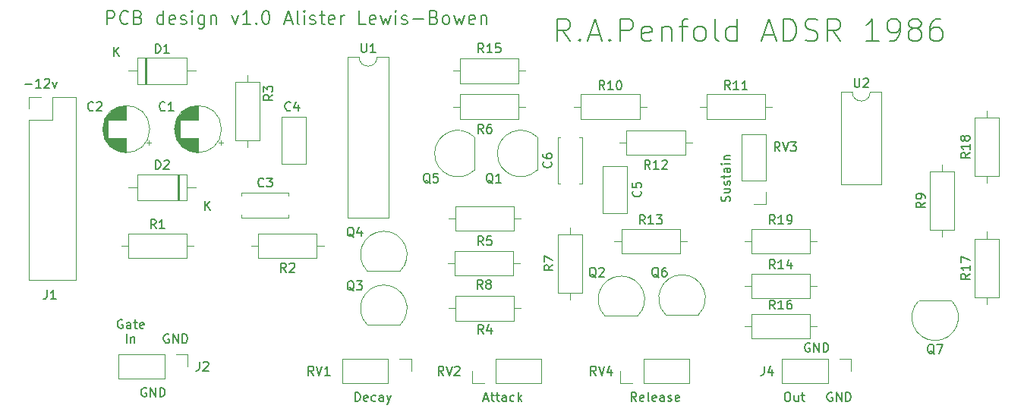
<source format=gbr>
%TF.GenerationSoftware,KiCad,Pcbnew,7.0.1-0*%
%TF.CreationDate,2023-07-04T20:45:15+01:00*%
%TF.ProjectId,Penfold_ADSR,50656e66-6f6c-4645-9f41-4453522e6b69,rev?*%
%TF.SameCoordinates,Original*%
%TF.FileFunction,Legend,Top*%
%TF.FilePolarity,Positive*%
%FSLAX46Y46*%
G04 Gerber Fmt 4.6, Leading zero omitted, Abs format (unit mm)*
G04 Created by KiCad (PCBNEW 7.0.1-0) date 2023-07-04 20:45:15*
%MOMM*%
%LPD*%
G01*
G04 APERTURE LIST*
%ADD10C,0.187500*%
%ADD11C,0.150000*%
%ADD12C,0.120000*%
G04 APERTURE END LIST*
D10*
X142404761Y-105877619D02*
X142071428Y-105401428D01*
X141833333Y-105877619D02*
X141833333Y-104877619D01*
X141833333Y-104877619D02*
X142214285Y-104877619D01*
X142214285Y-104877619D02*
X142309523Y-104925238D01*
X142309523Y-104925238D02*
X142357142Y-104972857D01*
X142357142Y-104972857D02*
X142404761Y-105068095D01*
X142404761Y-105068095D02*
X142404761Y-105210952D01*
X142404761Y-105210952D02*
X142357142Y-105306190D01*
X142357142Y-105306190D02*
X142309523Y-105353809D01*
X142309523Y-105353809D02*
X142214285Y-105401428D01*
X142214285Y-105401428D02*
X141833333Y-105401428D01*
X143214285Y-105830000D02*
X143119047Y-105877619D01*
X143119047Y-105877619D02*
X142928571Y-105877619D01*
X142928571Y-105877619D02*
X142833333Y-105830000D01*
X142833333Y-105830000D02*
X142785714Y-105734761D01*
X142785714Y-105734761D02*
X142785714Y-105353809D01*
X142785714Y-105353809D02*
X142833333Y-105258571D01*
X142833333Y-105258571D02*
X142928571Y-105210952D01*
X142928571Y-105210952D02*
X143119047Y-105210952D01*
X143119047Y-105210952D02*
X143214285Y-105258571D01*
X143214285Y-105258571D02*
X143261904Y-105353809D01*
X143261904Y-105353809D02*
X143261904Y-105449047D01*
X143261904Y-105449047D02*
X142785714Y-105544285D01*
X143833333Y-105877619D02*
X143738095Y-105830000D01*
X143738095Y-105830000D02*
X143690476Y-105734761D01*
X143690476Y-105734761D02*
X143690476Y-104877619D01*
X144595238Y-105830000D02*
X144500000Y-105877619D01*
X144500000Y-105877619D02*
X144309524Y-105877619D01*
X144309524Y-105877619D02*
X144214286Y-105830000D01*
X144214286Y-105830000D02*
X144166667Y-105734761D01*
X144166667Y-105734761D02*
X144166667Y-105353809D01*
X144166667Y-105353809D02*
X144214286Y-105258571D01*
X144214286Y-105258571D02*
X144309524Y-105210952D01*
X144309524Y-105210952D02*
X144500000Y-105210952D01*
X144500000Y-105210952D02*
X144595238Y-105258571D01*
X144595238Y-105258571D02*
X144642857Y-105353809D01*
X144642857Y-105353809D02*
X144642857Y-105449047D01*
X144642857Y-105449047D02*
X144166667Y-105544285D01*
X145500000Y-105877619D02*
X145500000Y-105353809D01*
X145500000Y-105353809D02*
X145452381Y-105258571D01*
X145452381Y-105258571D02*
X145357143Y-105210952D01*
X145357143Y-105210952D02*
X145166667Y-105210952D01*
X145166667Y-105210952D02*
X145071429Y-105258571D01*
X145500000Y-105830000D02*
X145404762Y-105877619D01*
X145404762Y-105877619D02*
X145166667Y-105877619D01*
X145166667Y-105877619D02*
X145071429Y-105830000D01*
X145071429Y-105830000D02*
X145023810Y-105734761D01*
X145023810Y-105734761D02*
X145023810Y-105639523D01*
X145023810Y-105639523D02*
X145071429Y-105544285D01*
X145071429Y-105544285D02*
X145166667Y-105496666D01*
X145166667Y-105496666D02*
X145404762Y-105496666D01*
X145404762Y-105496666D02*
X145500000Y-105449047D01*
X145928572Y-105830000D02*
X146023810Y-105877619D01*
X146023810Y-105877619D02*
X146214286Y-105877619D01*
X146214286Y-105877619D02*
X146309524Y-105830000D01*
X146309524Y-105830000D02*
X146357143Y-105734761D01*
X146357143Y-105734761D02*
X146357143Y-105687142D01*
X146357143Y-105687142D02*
X146309524Y-105591904D01*
X146309524Y-105591904D02*
X146214286Y-105544285D01*
X146214286Y-105544285D02*
X146071429Y-105544285D01*
X146071429Y-105544285D02*
X145976191Y-105496666D01*
X145976191Y-105496666D02*
X145928572Y-105401428D01*
X145928572Y-105401428D02*
X145928572Y-105353809D01*
X145928572Y-105353809D02*
X145976191Y-105258571D01*
X145976191Y-105258571D02*
X146071429Y-105210952D01*
X146071429Y-105210952D02*
X146214286Y-105210952D01*
X146214286Y-105210952D02*
X146309524Y-105258571D01*
X147166667Y-105830000D02*
X147071429Y-105877619D01*
X147071429Y-105877619D02*
X146880953Y-105877619D01*
X146880953Y-105877619D02*
X146785715Y-105830000D01*
X146785715Y-105830000D02*
X146738096Y-105734761D01*
X146738096Y-105734761D02*
X146738096Y-105353809D01*
X146738096Y-105353809D02*
X146785715Y-105258571D01*
X146785715Y-105258571D02*
X146880953Y-105210952D01*
X146880953Y-105210952D02*
X147071429Y-105210952D01*
X147071429Y-105210952D02*
X147166667Y-105258571D01*
X147166667Y-105258571D02*
X147214286Y-105353809D01*
X147214286Y-105353809D02*
X147214286Y-105449047D01*
X147214286Y-105449047D02*
X146738096Y-105544285D01*
X83357142Y-63816428D02*
X83357142Y-62316428D01*
X83357142Y-62316428D02*
X83928571Y-62316428D01*
X83928571Y-62316428D02*
X84071428Y-62387857D01*
X84071428Y-62387857D02*
X84142857Y-62459285D01*
X84142857Y-62459285D02*
X84214285Y-62602142D01*
X84214285Y-62602142D02*
X84214285Y-62816428D01*
X84214285Y-62816428D02*
X84142857Y-62959285D01*
X84142857Y-62959285D02*
X84071428Y-63030714D01*
X84071428Y-63030714D02*
X83928571Y-63102142D01*
X83928571Y-63102142D02*
X83357142Y-63102142D01*
X85714285Y-63673571D02*
X85642857Y-63745000D01*
X85642857Y-63745000D02*
X85428571Y-63816428D01*
X85428571Y-63816428D02*
X85285714Y-63816428D01*
X85285714Y-63816428D02*
X85071428Y-63745000D01*
X85071428Y-63745000D02*
X84928571Y-63602142D01*
X84928571Y-63602142D02*
X84857142Y-63459285D01*
X84857142Y-63459285D02*
X84785714Y-63173571D01*
X84785714Y-63173571D02*
X84785714Y-62959285D01*
X84785714Y-62959285D02*
X84857142Y-62673571D01*
X84857142Y-62673571D02*
X84928571Y-62530714D01*
X84928571Y-62530714D02*
X85071428Y-62387857D01*
X85071428Y-62387857D02*
X85285714Y-62316428D01*
X85285714Y-62316428D02*
X85428571Y-62316428D01*
X85428571Y-62316428D02*
X85642857Y-62387857D01*
X85642857Y-62387857D02*
X85714285Y-62459285D01*
X86857142Y-63030714D02*
X87071428Y-63102142D01*
X87071428Y-63102142D02*
X87142857Y-63173571D01*
X87142857Y-63173571D02*
X87214285Y-63316428D01*
X87214285Y-63316428D02*
X87214285Y-63530714D01*
X87214285Y-63530714D02*
X87142857Y-63673571D01*
X87142857Y-63673571D02*
X87071428Y-63745000D01*
X87071428Y-63745000D02*
X86928571Y-63816428D01*
X86928571Y-63816428D02*
X86357142Y-63816428D01*
X86357142Y-63816428D02*
X86357142Y-62316428D01*
X86357142Y-62316428D02*
X86857142Y-62316428D01*
X86857142Y-62316428D02*
X87000000Y-62387857D01*
X87000000Y-62387857D02*
X87071428Y-62459285D01*
X87071428Y-62459285D02*
X87142857Y-62602142D01*
X87142857Y-62602142D02*
X87142857Y-62745000D01*
X87142857Y-62745000D02*
X87071428Y-62887857D01*
X87071428Y-62887857D02*
X87000000Y-62959285D01*
X87000000Y-62959285D02*
X86857142Y-63030714D01*
X86857142Y-63030714D02*
X86357142Y-63030714D01*
X89642857Y-63816428D02*
X89642857Y-62316428D01*
X89642857Y-63745000D02*
X89499999Y-63816428D01*
X89499999Y-63816428D02*
X89214285Y-63816428D01*
X89214285Y-63816428D02*
X89071428Y-63745000D01*
X89071428Y-63745000D02*
X88999999Y-63673571D01*
X88999999Y-63673571D02*
X88928571Y-63530714D01*
X88928571Y-63530714D02*
X88928571Y-63102142D01*
X88928571Y-63102142D02*
X88999999Y-62959285D01*
X88999999Y-62959285D02*
X89071428Y-62887857D01*
X89071428Y-62887857D02*
X89214285Y-62816428D01*
X89214285Y-62816428D02*
X89499999Y-62816428D01*
X89499999Y-62816428D02*
X89642857Y-62887857D01*
X90928571Y-63745000D02*
X90785714Y-63816428D01*
X90785714Y-63816428D02*
X90500000Y-63816428D01*
X90500000Y-63816428D02*
X90357142Y-63745000D01*
X90357142Y-63745000D02*
X90285714Y-63602142D01*
X90285714Y-63602142D02*
X90285714Y-63030714D01*
X90285714Y-63030714D02*
X90357142Y-62887857D01*
X90357142Y-62887857D02*
X90500000Y-62816428D01*
X90500000Y-62816428D02*
X90785714Y-62816428D01*
X90785714Y-62816428D02*
X90928571Y-62887857D01*
X90928571Y-62887857D02*
X91000000Y-63030714D01*
X91000000Y-63030714D02*
X91000000Y-63173571D01*
X91000000Y-63173571D02*
X90285714Y-63316428D01*
X91571428Y-63745000D02*
X91714285Y-63816428D01*
X91714285Y-63816428D02*
X91999999Y-63816428D01*
X91999999Y-63816428D02*
X92142856Y-63745000D01*
X92142856Y-63745000D02*
X92214285Y-63602142D01*
X92214285Y-63602142D02*
X92214285Y-63530714D01*
X92214285Y-63530714D02*
X92142856Y-63387857D01*
X92142856Y-63387857D02*
X91999999Y-63316428D01*
X91999999Y-63316428D02*
X91785714Y-63316428D01*
X91785714Y-63316428D02*
X91642856Y-63245000D01*
X91642856Y-63245000D02*
X91571428Y-63102142D01*
X91571428Y-63102142D02*
X91571428Y-63030714D01*
X91571428Y-63030714D02*
X91642856Y-62887857D01*
X91642856Y-62887857D02*
X91785714Y-62816428D01*
X91785714Y-62816428D02*
X91999999Y-62816428D01*
X91999999Y-62816428D02*
X92142856Y-62887857D01*
X92857142Y-63816428D02*
X92857142Y-62816428D01*
X92857142Y-62316428D02*
X92785714Y-62387857D01*
X92785714Y-62387857D02*
X92857142Y-62459285D01*
X92857142Y-62459285D02*
X92928571Y-62387857D01*
X92928571Y-62387857D02*
X92857142Y-62316428D01*
X92857142Y-62316428D02*
X92857142Y-62459285D01*
X94214286Y-62816428D02*
X94214286Y-64030714D01*
X94214286Y-64030714D02*
X94142857Y-64173571D01*
X94142857Y-64173571D02*
X94071428Y-64245000D01*
X94071428Y-64245000D02*
X93928571Y-64316428D01*
X93928571Y-64316428D02*
X93714286Y-64316428D01*
X93714286Y-64316428D02*
X93571428Y-64245000D01*
X94214286Y-63745000D02*
X94071428Y-63816428D01*
X94071428Y-63816428D02*
X93785714Y-63816428D01*
X93785714Y-63816428D02*
X93642857Y-63745000D01*
X93642857Y-63745000D02*
X93571428Y-63673571D01*
X93571428Y-63673571D02*
X93500000Y-63530714D01*
X93500000Y-63530714D02*
X93500000Y-63102142D01*
X93500000Y-63102142D02*
X93571428Y-62959285D01*
X93571428Y-62959285D02*
X93642857Y-62887857D01*
X93642857Y-62887857D02*
X93785714Y-62816428D01*
X93785714Y-62816428D02*
X94071428Y-62816428D01*
X94071428Y-62816428D02*
X94214286Y-62887857D01*
X94928571Y-62816428D02*
X94928571Y-63816428D01*
X94928571Y-62959285D02*
X95000000Y-62887857D01*
X95000000Y-62887857D02*
X95142857Y-62816428D01*
X95142857Y-62816428D02*
X95357143Y-62816428D01*
X95357143Y-62816428D02*
X95500000Y-62887857D01*
X95500000Y-62887857D02*
X95571429Y-63030714D01*
X95571429Y-63030714D02*
X95571429Y-63816428D01*
X97285714Y-62816428D02*
X97642857Y-63816428D01*
X97642857Y-63816428D02*
X98000000Y-62816428D01*
X99357143Y-63816428D02*
X98500000Y-63816428D01*
X98928571Y-63816428D02*
X98928571Y-62316428D01*
X98928571Y-62316428D02*
X98785714Y-62530714D01*
X98785714Y-62530714D02*
X98642857Y-62673571D01*
X98642857Y-62673571D02*
X98500000Y-62745000D01*
X99999999Y-63673571D02*
X100071428Y-63745000D01*
X100071428Y-63745000D02*
X99999999Y-63816428D01*
X99999999Y-63816428D02*
X99928571Y-63745000D01*
X99928571Y-63745000D02*
X99999999Y-63673571D01*
X99999999Y-63673571D02*
X99999999Y-63816428D01*
X101000000Y-62316428D02*
X101142857Y-62316428D01*
X101142857Y-62316428D02*
X101285714Y-62387857D01*
X101285714Y-62387857D02*
X101357143Y-62459285D01*
X101357143Y-62459285D02*
X101428571Y-62602142D01*
X101428571Y-62602142D02*
X101500000Y-62887857D01*
X101500000Y-62887857D02*
X101500000Y-63245000D01*
X101500000Y-63245000D02*
X101428571Y-63530714D01*
X101428571Y-63530714D02*
X101357143Y-63673571D01*
X101357143Y-63673571D02*
X101285714Y-63745000D01*
X101285714Y-63745000D02*
X101142857Y-63816428D01*
X101142857Y-63816428D02*
X101000000Y-63816428D01*
X101000000Y-63816428D02*
X100857143Y-63745000D01*
X100857143Y-63745000D02*
X100785714Y-63673571D01*
X100785714Y-63673571D02*
X100714285Y-63530714D01*
X100714285Y-63530714D02*
X100642857Y-63245000D01*
X100642857Y-63245000D02*
X100642857Y-62887857D01*
X100642857Y-62887857D02*
X100714285Y-62602142D01*
X100714285Y-62602142D02*
X100785714Y-62459285D01*
X100785714Y-62459285D02*
X100857143Y-62387857D01*
X100857143Y-62387857D02*
X101000000Y-62316428D01*
X103214285Y-63387857D02*
X103928571Y-63387857D01*
X103071428Y-63816428D02*
X103571428Y-62316428D01*
X103571428Y-62316428D02*
X104071428Y-63816428D01*
X104785713Y-63816428D02*
X104642856Y-63745000D01*
X104642856Y-63745000D02*
X104571427Y-63602142D01*
X104571427Y-63602142D02*
X104571427Y-62316428D01*
X105357141Y-63816428D02*
X105357141Y-62816428D01*
X105357141Y-62316428D02*
X105285713Y-62387857D01*
X105285713Y-62387857D02*
X105357141Y-62459285D01*
X105357141Y-62459285D02*
X105428570Y-62387857D01*
X105428570Y-62387857D02*
X105357141Y-62316428D01*
X105357141Y-62316428D02*
X105357141Y-62459285D01*
X105999999Y-63745000D02*
X106142856Y-63816428D01*
X106142856Y-63816428D02*
X106428570Y-63816428D01*
X106428570Y-63816428D02*
X106571427Y-63745000D01*
X106571427Y-63745000D02*
X106642856Y-63602142D01*
X106642856Y-63602142D02*
X106642856Y-63530714D01*
X106642856Y-63530714D02*
X106571427Y-63387857D01*
X106571427Y-63387857D02*
X106428570Y-63316428D01*
X106428570Y-63316428D02*
X106214285Y-63316428D01*
X106214285Y-63316428D02*
X106071427Y-63245000D01*
X106071427Y-63245000D02*
X105999999Y-63102142D01*
X105999999Y-63102142D02*
X105999999Y-63030714D01*
X105999999Y-63030714D02*
X106071427Y-62887857D01*
X106071427Y-62887857D02*
X106214285Y-62816428D01*
X106214285Y-62816428D02*
X106428570Y-62816428D01*
X106428570Y-62816428D02*
X106571427Y-62887857D01*
X107071428Y-62816428D02*
X107642856Y-62816428D01*
X107285713Y-62316428D02*
X107285713Y-63602142D01*
X107285713Y-63602142D02*
X107357142Y-63745000D01*
X107357142Y-63745000D02*
X107499999Y-63816428D01*
X107499999Y-63816428D02*
X107642856Y-63816428D01*
X108714285Y-63745000D02*
X108571428Y-63816428D01*
X108571428Y-63816428D02*
X108285714Y-63816428D01*
X108285714Y-63816428D02*
X108142856Y-63745000D01*
X108142856Y-63745000D02*
X108071428Y-63602142D01*
X108071428Y-63602142D02*
X108071428Y-63030714D01*
X108071428Y-63030714D02*
X108142856Y-62887857D01*
X108142856Y-62887857D02*
X108285714Y-62816428D01*
X108285714Y-62816428D02*
X108571428Y-62816428D01*
X108571428Y-62816428D02*
X108714285Y-62887857D01*
X108714285Y-62887857D02*
X108785714Y-63030714D01*
X108785714Y-63030714D02*
X108785714Y-63173571D01*
X108785714Y-63173571D02*
X108071428Y-63316428D01*
X109428570Y-63816428D02*
X109428570Y-62816428D01*
X109428570Y-63102142D02*
X109499999Y-62959285D01*
X109499999Y-62959285D02*
X109571428Y-62887857D01*
X109571428Y-62887857D02*
X109714285Y-62816428D01*
X109714285Y-62816428D02*
X109857142Y-62816428D01*
X112214284Y-63816428D02*
X111499998Y-63816428D01*
X111499998Y-63816428D02*
X111499998Y-62316428D01*
X113285713Y-63745000D02*
X113142856Y-63816428D01*
X113142856Y-63816428D02*
X112857142Y-63816428D01*
X112857142Y-63816428D02*
X112714284Y-63745000D01*
X112714284Y-63745000D02*
X112642856Y-63602142D01*
X112642856Y-63602142D02*
X112642856Y-63030714D01*
X112642856Y-63030714D02*
X112714284Y-62887857D01*
X112714284Y-62887857D02*
X112857142Y-62816428D01*
X112857142Y-62816428D02*
X113142856Y-62816428D01*
X113142856Y-62816428D02*
X113285713Y-62887857D01*
X113285713Y-62887857D02*
X113357142Y-63030714D01*
X113357142Y-63030714D02*
X113357142Y-63173571D01*
X113357142Y-63173571D02*
X112642856Y-63316428D01*
X113857141Y-62816428D02*
X114142856Y-63816428D01*
X114142856Y-63816428D02*
X114428570Y-63102142D01*
X114428570Y-63102142D02*
X114714284Y-63816428D01*
X114714284Y-63816428D02*
X114999998Y-62816428D01*
X115571427Y-63816428D02*
X115571427Y-62816428D01*
X115571427Y-62316428D02*
X115499999Y-62387857D01*
X115499999Y-62387857D02*
X115571427Y-62459285D01*
X115571427Y-62459285D02*
X115642856Y-62387857D01*
X115642856Y-62387857D02*
X115571427Y-62316428D01*
X115571427Y-62316428D02*
X115571427Y-62459285D01*
X116214285Y-63745000D02*
X116357142Y-63816428D01*
X116357142Y-63816428D02*
X116642856Y-63816428D01*
X116642856Y-63816428D02*
X116785713Y-63745000D01*
X116785713Y-63745000D02*
X116857142Y-63602142D01*
X116857142Y-63602142D02*
X116857142Y-63530714D01*
X116857142Y-63530714D02*
X116785713Y-63387857D01*
X116785713Y-63387857D02*
X116642856Y-63316428D01*
X116642856Y-63316428D02*
X116428571Y-63316428D01*
X116428571Y-63316428D02*
X116285713Y-63245000D01*
X116285713Y-63245000D02*
X116214285Y-63102142D01*
X116214285Y-63102142D02*
X116214285Y-63030714D01*
X116214285Y-63030714D02*
X116285713Y-62887857D01*
X116285713Y-62887857D02*
X116428571Y-62816428D01*
X116428571Y-62816428D02*
X116642856Y-62816428D01*
X116642856Y-62816428D02*
X116785713Y-62887857D01*
X117499999Y-63245000D02*
X118642857Y-63245000D01*
X119857142Y-63030714D02*
X120071428Y-63102142D01*
X120071428Y-63102142D02*
X120142857Y-63173571D01*
X120142857Y-63173571D02*
X120214285Y-63316428D01*
X120214285Y-63316428D02*
X120214285Y-63530714D01*
X120214285Y-63530714D02*
X120142857Y-63673571D01*
X120142857Y-63673571D02*
X120071428Y-63745000D01*
X120071428Y-63745000D02*
X119928571Y-63816428D01*
X119928571Y-63816428D02*
X119357142Y-63816428D01*
X119357142Y-63816428D02*
X119357142Y-62316428D01*
X119357142Y-62316428D02*
X119857142Y-62316428D01*
X119857142Y-62316428D02*
X120000000Y-62387857D01*
X120000000Y-62387857D02*
X120071428Y-62459285D01*
X120071428Y-62459285D02*
X120142857Y-62602142D01*
X120142857Y-62602142D02*
X120142857Y-62745000D01*
X120142857Y-62745000D02*
X120071428Y-62887857D01*
X120071428Y-62887857D02*
X120000000Y-62959285D01*
X120000000Y-62959285D02*
X119857142Y-63030714D01*
X119857142Y-63030714D02*
X119357142Y-63030714D01*
X121071428Y-63816428D02*
X120928571Y-63745000D01*
X120928571Y-63745000D02*
X120857142Y-63673571D01*
X120857142Y-63673571D02*
X120785714Y-63530714D01*
X120785714Y-63530714D02*
X120785714Y-63102142D01*
X120785714Y-63102142D02*
X120857142Y-62959285D01*
X120857142Y-62959285D02*
X120928571Y-62887857D01*
X120928571Y-62887857D02*
X121071428Y-62816428D01*
X121071428Y-62816428D02*
X121285714Y-62816428D01*
X121285714Y-62816428D02*
X121428571Y-62887857D01*
X121428571Y-62887857D02*
X121500000Y-62959285D01*
X121500000Y-62959285D02*
X121571428Y-63102142D01*
X121571428Y-63102142D02*
X121571428Y-63530714D01*
X121571428Y-63530714D02*
X121500000Y-63673571D01*
X121500000Y-63673571D02*
X121428571Y-63745000D01*
X121428571Y-63745000D02*
X121285714Y-63816428D01*
X121285714Y-63816428D02*
X121071428Y-63816428D01*
X122071428Y-62816428D02*
X122357143Y-63816428D01*
X122357143Y-63816428D02*
X122642857Y-63102142D01*
X122642857Y-63102142D02*
X122928571Y-63816428D01*
X122928571Y-63816428D02*
X123214285Y-62816428D01*
X124357143Y-63745000D02*
X124214286Y-63816428D01*
X124214286Y-63816428D02*
X123928572Y-63816428D01*
X123928572Y-63816428D02*
X123785714Y-63745000D01*
X123785714Y-63745000D02*
X123714286Y-63602142D01*
X123714286Y-63602142D02*
X123714286Y-63030714D01*
X123714286Y-63030714D02*
X123785714Y-62887857D01*
X123785714Y-62887857D02*
X123928572Y-62816428D01*
X123928572Y-62816428D02*
X124214286Y-62816428D01*
X124214286Y-62816428D02*
X124357143Y-62887857D01*
X124357143Y-62887857D02*
X124428572Y-63030714D01*
X124428572Y-63030714D02*
X124428572Y-63173571D01*
X124428572Y-63173571D02*
X123714286Y-63316428D01*
X125071428Y-62816428D02*
X125071428Y-63816428D01*
X125071428Y-62959285D02*
X125142857Y-62887857D01*
X125142857Y-62887857D02*
X125285714Y-62816428D01*
X125285714Y-62816428D02*
X125500000Y-62816428D01*
X125500000Y-62816428D02*
X125642857Y-62887857D01*
X125642857Y-62887857D02*
X125714286Y-63030714D01*
X125714286Y-63030714D02*
X125714286Y-63816428D01*
X111047619Y-105877619D02*
X111047619Y-104877619D01*
X111047619Y-104877619D02*
X111285714Y-104877619D01*
X111285714Y-104877619D02*
X111428571Y-104925238D01*
X111428571Y-104925238D02*
X111523809Y-105020476D01*
X111523809Y-105020476D02*
X111571428Y-105115714D01*
X111571428Y-105115714D02*
X111619047Y-105306190D01*
X111619047Y-105306190D02*
X111619047Y-105449047D01*
X111619047Y-105449047D02*
X111571428Y-105639523D01*
X111571428Y-105639523D02*
X111523809Y-105734761D01*
X111523809Y-105734761D02*
X111428571Y-105830000D01*
X111428571Y-105830000D02*
X111285714Y-105877619D01*
X111285714Y-105877619D02*
X111047619Y-105877619D01*
X112428571Y-105830000D02*
X112333333Y-105877619D01*
X112333333Y-105877619D02*
X112142857Y-105877619D01*
X112142857Y-105877619D02*
X112047619Y-105830000D01*
X112047619Y-105830000D02*
X112000000Y-105734761D01*
X112000000Y-105734761D02*
X112000000Y-105353809D01*
X112000000Y-105353809D02*
X112047619Y-105258571D01*
X112047619Y-105258571D02*
X112142857Y-105210952D01*
X112142857Y-105210952D02*
X112333333Y-105210952D01*
X112333333Y-105210952D02*
X112428571Y-105258571D01*
X112428571Y-105258571D02*
X112476190Y-105353809D01*
X112476190Y-105353809D02*
X112476190Y-105449047D01*
X112476190Y-105449047D02*
X112000000Y-105544285D01*
X113333333Y-105830000D02*
X113238095Y-105877619D01*
X113238095Y-105877619D02*
X113047619Y-105877619D01*
X113047619Y-105877619D02*
X112952381Y-105830000D01*
X112952381Y-105830000D02*
X112904762Y-105782380D01*
X112904762Y-105782380D02*
X112857143Y-105687142D01*
X112857143Y-105687142D02*
X112857143Y-105401428D01*
X112857143Y-105401428D02*
X112904762Y-105306190D01*
X112904762Y-105306190D02*
X112952381Y-105258571D01*
X112952381Y-105258571D02*
X113047619Y-105210952D01*
X113047619Y-105210952D02*
X113238095Y-105210952D01*
X113238095Y-105210952D02*
X113333333Y-105258571D01*
X114190476Y-105877619D02*
X114190476Y-105353809D01*
X114190476Y-105353809D02*
X114142857Y-105258571D01*
X114142857Y-105258571D02*
X114047619Y-105210952D01*
X114047619Y-105210952D02*
X113857143Y-105210952D01*
X113857143Y-105210952D02*
X113761905Y-105258571D01*
X114190476Y-105830000D02*
X114095238Y-105877619D01*
X114095238Y-105877619D02*
X113857143Y-105877619D01*
X113857143Y-105877619D02*
X113761905Y-105830000D01*
X113761905Y-105830000D02*
X113714286Y-105734761D01*
X113714286Y-105734761D02*
X113714286Y-105639523D01*
X113714286Y-105639523D02*
X113761905Y-105544285D01*
X113761905Y-105544285D02*
X113857143Y-105496666D01*
X113857143Y-105496666D02*
X114095238Y-105496666D01*
X114095238Y-105496666D02*
X114190476Y-105449047D01*
X114571429Y-105210952D02*
X114809524Y-105877619D01*
X115047619Y-105210952D02*
X114809524Y-105877619D01*
X114809524Y-105877619D02*
X114714286Y-106115714D01*
X114714286Y-106115714D02*
X114666667Y-106163333D01*
X114666667Y-106163333D02*
X114571429Y-106210952D01*
X87738095Y-104425238D02*
X87642857Y-104377619D01*
X87642857Y-104377619D02*
X87500000Y-104377619D01*
X87500000Y-104377619D02*
X87357143Y-104425238D01*
X87357143Y-104425238D02*
X87261905Y-104520476D01*
X87261905Y-104520476D02*
X87214286Y-104615714D01*
X87214286Y-104615714D02*
X87166667Y-104806190D01*
X87166667Y-104806190D02*
X87166667Y-104949047D01*
X87166667Y-104949047D02*
X87214286Y-105139523D01*
X87214286Y-105139523D02*
X87261905Y-105234761D01*
X87261905Y-105234761D02*
X87357143Y-105330000D01*
X87357143Y-105330000D02*
X87500000Y-105377619D01*
X87500000Y-105377619D02*
X87595238Y-105377619D01*
X87595238Y-105377619D02*
X87738095Y-105330000D01*
X87738095Y-105330000D02*
X87785714Y-105282380D01*
X87785714Y-105282380D02*
X87785714Y-104949047D01*
X87785714Y-104949047D02*
X87595238Y-104949047D01*
X88214286Y-105377619D02*
X88214286Y-104377619D01*
X88214286Y-104377619D02*
X88785714Y-105377619D01*
X88785714Y-105377619D02*
X88785714Y-104377619D01*
X89261905Y-105377619D02*
X89261905Y-104377619D01*
X89261905Y-104377619D02*
X89500000Y-104377619D01*
X89500000Y-104377619D02*
X89642857Y-104425238D01*
X89642857Y-104425238D02*
X89738095Y-104520476D01*
X89738095Y-104520476D02*
X89785714Y-104615714D01*
X89785714Y-104615714D02*
X89833333Y-104806190D01*
X89833333Y-104806190D02*
X89833333Y-104949047D01*
X89833333Y-104949047D02*
X89785714Y-105139523D01*
X89785714Y-105139523D02*
X89738095Y-105234761D01*
X89738095Y-105234761D02*
X89642857Y-105330000D01*
X89642857Y-105330000D02*
X89500000Y-105377619D01*
X89500000Y-105377619D02*
X89261905Y-105377619D01*
X90238095Y-98425238D02*
X90142857Y-98377619D01*
X90142857Y-98377619D02*
X90000000Y-98377619D01*
X90000000Y-98377619D02*
X89857143Y-98425238D01*
X89857143Y-98425238D02*
X89761905Y-98520476D01*
X89761905Y-98520476D02*
X89714286Y-98615714D01*
X89714286Y-98615714D02*
X89666667Y-98806190D01*
X89666667Y-98806190D02*
X89666667Y-98949047D01*
X89666667Y-98949047D02*
X89714286Y-99139523D01*
X89714286Y-99139523D02*
X89761905Y-99234761D01*
X89761905Y-99234761D02*
X89857143Y-99330000D01*
X89857143Y-99330000D02*
X90000000Y-99377619D01*
X90000000Y-99377619D02*
X90095238Y-99377619D01*
X90095238Y-99377619D02*
X90238095Y-99330000D01*
X90238095Y-99330000D02*
X90285714Y-99282380D01*
X90285714Y-99282380D02*
X90285714Y-98949047D01*
X90285714Y-98949047D02*
X90095238Y-98949047D01*
X90714286Y-99377619D02*
X90714286Y-98377619D01*
X90714286Y-98377619D02*
X91285714Y-99377619D01*
X91285714Y-99377619D02*
X91285714Y-98377619D01*
X91761905Y-99377619D02*
X91761905Y-98377619D01*
X91761905Y-98377619D02*
X92000000Y-98377619D01*
X92000000Y-98377619D02*
X92142857Y-98425238D01*
X92142857Y-98425238D02*
X92238095Y-98520476D01*
X92238095Y-98520476D02*
X92285714Y-98615714D01*
X92285714Y-98615714D02*
X92333333Y-98806190D01*
X92333333Y-98806190D02*
X92333333Y-98949047D01*
X92333333Y-98949047D02*
X92285714Y-99139523D01*
X92285714Y-99139523D02*
X92238095Y-99234761D01*
X92238095Y-99234761D02*
X92142857Y-99330000D01*
X92142857Y-99330000D02*
X92000000Y-99377619D01*
X92000000Y-99377619D02*
X91761905Y-99377619D01*
X159166666Y-104877619D02*
X159357142Y-104877619D01*
X159357142Y-104877619D02*
X159452380Y-104925238D01*
X159452380Y-104925238D02*
X159547618Y-105020476D01*
X159547618Y-105020476D02*
X159595237Y-105210952D01*
X159595237Y-105210952D02*
X159595237Y-105544285D01*
X159595237Y-105544285D02*
X159547618Y-105734761D01*
X159547618Y-105734761D02*
X159452380Y-105830000D01*
X159452380Y-105830000D02*
X159357142Y-105877619D01*
X159357142Y-105877619D02*
X159166666Y-105877619D01*
X159166666Y-105877619D02*
X159071428Y-105830000D01*
X159071428Y-105830000D02*
X158976190Y-105734761D01*
X158976190Y-105734761D02*
X158928571Y-105544285D01*
X158928571Y-105544285D02*
X158928571Y-105210952D01*
X158928571Y-105210952D02*
X158976190Y-105020476D01*
X158976190Y-105020476D02*
X159071428Y-104925238D01*
X159071428Y-104925238D02*
X159166666Y-104877619D01*
X160452380Y-105210952D02*
X160452380Y-105877619D01*
X160023809Y-105210952D02*
X160023809Y-105734761D01*
X160023809Y-105734761D02*
X160071428Y-105830000D01*
X160071428Y-105830000D02*
X160166666Y-105877619D01*
X160166666Y-105877619D02*
X160309523Y-105877619D01*
X160309523Y-105877619D02*
X160404761Y-105830000D01*
X160404761Y-105830000D02*
X160452380Y-105782380D01*
X160785714Y-105210952D02*
X161166666Y-105210952D01*
X160928571Y-104877619D02*
X160928571Y-105734761D01*
X160928571Y-105734761D02*
X160976190Y-105830000D01*
X160976190Y-105830000D02*
X161071428Y-105877619D01*
X161071428Y-105877619D02*
X161166666Y-105877619D01*
X161738095Y-99425238D02*
X161642857Y-99377619D01*
X161642857Y-99377619D02*
X161500000Y-99377619D01*
X161500000Y-99377619D02*
X161357143Y-99425238D01*
X161357143Y-99425238D02*
X161261905Y-99520476D01*
X161261905Y-99520476D02*
X161214286Y-99615714D01*
X161214286Y-99615714D02*
X161166667Y-99806190D01*
X161166667Y-99806190D02*
X161166667Y-99949047D01*
X161166667Y-99949047D02*
X161214286Y-100139523D01*
X161214286Y-100139523D02*
X161261905Y-100234761D01*
X161261905Y-100234761D02*
X161357143Y-100330000D01*
X161357143Y-100330000D02*
X161500000Y-100377619D01*
X161500000Y-100377619D02*
X161595238Y-100377619D01*
X161595238Y-100377619D02*
X161738095Y-100330000D01*
X161738095Y-100330000D02*
X161785714Y-100282380D01*
X161785714Y-100282380D02*
X161785714Y-99949047D01*
X161785714Y-99949047D02*
X161595238Y-99949047D01*
X162214286Y-100377619D02*
X162214286Y-99377619D01*
X162214286Y-99377619D02*
X162785714Y-100377619D01*
X162785714Y-100377619D02*
X162785714Y-99377619D01*
X163261905Y-100377619D02*
X163261905Y-99377619D01*
X163261905Y-99377619D02*
X163500000Y-99377619D01*
X163500000Y-99377619D02*
X163642857Y-99425238D01*
X163642857Y-99425238D02*
X163738095Y-99520476D01*
X163738095Y-99520476D02*
X163785714Y-99615714D01*
X163785714Y-99615714D02*
X163833333Y-99806190D01*
X163833333Y-99806190D02*
X163833333Y-99949047D01*
X163833333Y-99949047D02*
X163785714Y-100139523D01*
X163785714Y-100139523D02*
X163738095Y-100234761D01*
X163738095Y-100234761D02*
X163642857Y-100330000D01*
X163642857Y-100330000D02*
X163500000Y-100377619D01*
X163500000Y-100377619D02*
X163261905Y-100377619D01*
X85095237Y-96805238D02*
X84999999Y-96757619D01*
X84999999Y-96757619D02*
X84857142Y-96757619D01*
X84857142Y-96757619D02*
X84714285Y-96805238D01*
X84714285Y-96805238D02*
X84619047Y-96900476D01*
X84619047Y-96900476D02*
X84571428Y-96995714D01*
X84571428Y-96995714D02*
X84523809Y-97186190D01*
X84523809Y-97186190D02*
X84523809Y-97329047D01*
X84523809Y-97329047D02*
X84571428Y-97519523D01*
X84571428Y-97519523D02*
X84619047Y-97614761D01*
X84619047Y-97614761D02*
X84714285Y-97710000D01*
X84714285Y-97710000D02*
X84857142Y-97757619D01*
X84857142Y-97757619D02*
X84952380Y-97757619D01*
X84952380Y-97757619D02*
X85095237Y-97710000D01*
X85095237Y-97710000D02*
X85142856Y-97662380D01*
X85142856Y-97662380D02*
X85142856Y-97329047D01*
X85142856Y-97329047D02*
X84952380Y-97329047D01*
X85999999Y-97757619D02*
X85999999Y-97233809D01*
X85999999Y-97233809D02*
X85952380Y-97138571D01*
X85952380Y-97138571D02*
X85857142Y-97090952D01*
X85857142Y-97090952D02*
X85666666Y-97090952D01*
X85666666Y-97090952D02*
X85571428Y-97138571D01*
X85999999Y-97710000D02*
X85904761Y-97757619D01*
X85904761Y-97757619D02*
X85666666Y-97757619D01*
X85666666Y-97757619D02*
X85571428Y-97710000D01*
X85571428Y-97710000D02*
X85523809Y-97614761D01*
X85523809Y-97614761D02*
X85523809Y-97519523D01*
X85523809Y-97519523D02*
X85571428Y-97424285D01*
X85571428Y-97424285D02*
X85666666Y-97376666D01*
X85666666Y-97376666D02*
X85904761Y-97376666D01*
X85904761Y-97376666D02*
X85999999Y-97329047D01*
X86333333Y-97090952D02*
X86714285Y-97090952D01*
X86476190Y-96757619D02*
X86476190Y-97614761D01*
X86476190Y-97614761D02*
X86523809Y-97710000D01*
X86523809Y-97710000D02*
X86619047Y-97757619D01*
X86619047Y-97757619D02*
X86714285Y-97757619D01*
X87428571Y-97710000D02*
X87333333Y-97757619D01*
X87333333Y-97757619D02*
X87142857Y-97757619D01*
X87142857Y-97757619D02*
X87047619Y-97710000D01*
X87047619Y-97710000D02*
X87000000Y-97614761D01*
X87000000Y-97614761D02*
X87000000Y-97233809D01*
X87000000Y-97233809D02*
X87047619Y-97138571D01*
X87047619Y-97138571D02*
X87142857Y-97090952D01*
X87142857Y-97090952D02*
X87333333Y-97090952D01*
X87333333Y-97090952D02*
X87428571Y-97138571D01*
X87428571Y-97138571D02*
X87476190Y-97233809D01*
X87476190Y-97233809D02*
X87476190Y-97329047D01*
X87476190Y-97329047D02*
X87000000Y-97424285D01*
X85547619Y-99377619D02*
X85547619Y-98377619D01*
X86023809Y-98710952D02*
X86023809Y-99377619D01*
X86023809Y-98806190D02*
X86071428Y-98758571D01*
X86071428Y-98758571D02*
X86166666Y-98710952D01*
X86166666Y-98710952D02*
X86309523Y-98710952D01*
X86309523Y-98710952D02*
X86404761Y-98758571D01*
X86404761Y-98758571D02*
X86452380Y-98853809D01*
X86452380Y-98853809D02*
X86452380Y-99377619D01*
X74238095Y-70496666D02*
X75000000Y-70496666D01*
X75999999Y-70877619D02*
X75428571Y-70877619D01*
X75714285Y-70877619D02*
X75714285Y-69877619D01*
X75714285Y-69877619D02*
X75619047Y-70020476D01*
X75619047Y-70020476D02*
X75523809Y-70115714D01*
X75523809Y-70115714D02*
X75428571Y-70163333D01*
X76380952Y-69972857D02*
X76428571Y-69925238D01*
X76428571Y-69925238D02*
X76523809Y-69877619D01*
X76523809Y-69877619D02*
X76761904Y-69877619D01*
X76761904Y-69877619D02*
X76857142Y-69925238D01*
X76857142Y-69925238D02*
X76904761Y-69972857D01*
X76904761Y-69972857D02*
X76952380Y-70068095D01*
X76952380Y-70068095D02*
X76952380Y-70163333D01*
X76952380Y-70163333D02*
X76904761Y-70306190D01*
X76904761Y-70306190D02*
X76333333Y-70877619D01*
X76333333Y-70877619D02*
X76952380Y-70877619D01*
X77285714Y-70210952D02*
X77523809Y-70877619D01*
X77523809Y-70877619D02*
X77761904Y-70210952D01*
X125404761Y-105591904D02*
X125880951Y-105591904D01*
X125309523Y-105877619D02*
X125642856Y-104877619D01*
X125642856Y-104877619D02*
X125976189Y-105877619D01*
X126166666Y-105210952D02*
X126547618Y-105210952D01*
X126309523Y-104877619D02*
X126309523Y-105734761D01*
X126309523Y-105734761D02*
X126357142Y-105830000D01*
X126357142Y-105830000D02*
X126452380Y-105877619D01*
X126452380Y-105877619D02*
X126547618Y-105877619D01*
X126738095Y-105210952D02*
X127119047Y-105210952D01*
X126880952Y-104877619D02*
X126880952Y-105734761D01*
X126880952Y-105734761D02*
X126928571Y-105830000D01*
X126928571Y-105830000D02*
X127023809Y-105877619D01*
X127023809Y-105877619D02*
X127119047Y-105877619D01*
X127880952Y-105877619D02*
X127880952Y-105353809D01*
X127880952Y-105353809D02*
X127833333Y-105258571D01*
X127833333Y-105258571D02*
X127738095Y-105210952D01*
X127738095Y-105210952D02*
X127547619Y-105210952D01*
X127547619Y-105210952D02*
X127452381Y-105258571D01*
X127880952Y-105830000D02*
X127785714Y-105877619D01*
X127785714Y-105877619D02*
X127547619Y-105877619D01*
X127547619Y-105877619D02*
X127452381Y-105830000D01*
X127452381Y-105830000D02*
X127404762Y-105734761D01*
X127404762Y-105734761D02*
X127404762Y-105639523D01*
X127404762Y-105639523D02*
X127452381Y-105544285D01*
X127452381Y-105544285D02*
X127547619Y-105496666D01*
X127547619Y-105496666D02*
X127785714Y-105496666D01*
X127785714Y-105496666D02*
X127880952Y-105449047D01*
X128785714Y-105830000D02*
X128690476Y-105877619D01*
X128690476Y-105877619D02*
X128500000Y-105877619D01*
X128500000Y-105877619D02*
X128404762Y-105830000D01*
X128404762Y-105830000D02*
X128357143Y-105782380D01*
X128357143Y-105782380D02*
X128309524Y-105687142D01*
X128309524Y-105687142D02*
X128309524Y-105401428D01*
X128309524Y-105401428D02*
X128357143Y-105306190D01*
X128357143Y-105306190D02*
X128404762Y-105258571D01*
X128404762Y-105258571D02*
X128500000Y-105210952D01*
X128500000Y-105210952D02*
X128690476Y-105210952D01*
X128690476Y-105210952D02*
X128785714Y-105258571D01*
X129214286Y-105877619D02*
X129214286Y-104877619D01*
X129309524Y-105496666D02*
X129595238Y-105877619D01*
X129595238Y-105210952D02*
X129214286Y-105591904D01*
X152830000Y-83571428D02*
X152877619Y-83428571D01*
X152877619Y-83428571D02*
X152877619Y-83190476D01*
X152877619Y-83190476D02*
X152830000Y-83095238D01*
X152830000Y-83095238D02*
X152782380Y-83047619D01*
X152782380Y-83047619D02*
X152687142Y-83000000D01*
X152687142Y-83000000D02*
X152591904Y-83000000D01*
X152591904Y-83000000D02*
X152496666Y-83047619D01*
X152496666Y-83047619D02*
X152449047Y-83095238D01*
X152449047Y-83095238D02*
X152401428Y-83190476D01*
X152401428Y-83190476D02*
X152353809Y-83380952D01*
X152353809Y-83380952D02*
X152306190Y-83476190D01*
X152306190Y-83476190D02*
X152258571Y-83523809D01*
X152258571Y-83523809D02*
X152163333Y-83571428D01*
X152163333Y-83571428D02*
X152068095Y-83571428D01*
X152068095Y-83571428D02*
X151972857Y-83523809D01*
X151972857Y-83523809D02*
X151925238Y-83476190D01*
X151925238Y-83476190D02*
X151877619Y-83380952D01*
X151877619Y-83380952D02*
X151877619Y-83142857D01*
X151877619Y-83142857D02*
X151925238Y-83000000D01*
X152210952Y-82142857D02*
X152877619Y-82142857D01*
X152210952Y-82571428D02*
X152734761Y-82571428D01*
X152734761Y-82571428D02*
X152830000Y-82523809D01*
X152830000Y-82523809D02*
X152877619Y-82428571D01*
X152877619Y-82428571D02*
X152877619Y-82285714D01*
X152877619Y-82285714D02*
X152830000Y-82190476D01*
X152830000Y-82190476D02*
X152782380Y-82142857D01*
X152830000Y-81714285D02*
X152877619Y-81619047D01*
X152877619Y-81619047D02*
X152877619Y-81428571D01*
X152877619Y-81428571D02*
X152830000Y-81333333D01*
X152830000Y-81333333D02*
X152734761Y-81285714D01*
X152734761Y-81285714D02*
X152687142Y-81285714D01*
X152687142Y-81285714D02*
X152591904Y-81333333D01*
X152591904Y-81333333D02*
X152544285Y-81428571D01*
X152544285Y-81428571D02*
X152544285Y-81571428D01*
X152544285Y-81571428D02*
X152496666Y-81666666D01*
X152496666Y-81666666D02*
X152401428Y-81714285D01*
X152401428Y-81714285D02*
X152353809Y-81714285D01*
X152353809Y-81714285D02*
X152258571Y-81666666D01*
X152258571Y-81666666D02*
X152210952Y-81571428D01*
X152210952Y-81571428D02*
X152210952Y-81428571D01*
X152210952Y-81428571D02*
X152258571Y-81333333D01*
X152210952Y-80999999D02*
X152210952Y-80619047D01*
X151877619Y-80857142D02*
X152734761Y-80857142D01*
X152734761Y-80857142D02*
X152830000Y-80809523D01*
X152830000Y-80809523D02*
X152877619Y-80714285D01*
X152877619Y-80714285D02*
X152877619Y-80619047D01*
X152877619Y-79857142D02*
X152353809Y-79857142D01*
X152353809Y-79857142D02*
X152258571Y-79904761D01*
X152258571Y-79904761D02*
X152210952Y-79999999D01*
X152210952Y-79999999D02*
X152210952Y-80190475D01*
X152210952Y-80190475D02*
X152258571Y-80285713D01*
X152830000Y-79857142D02*
X152877619Y-79952380D01*
X152877619Y-79952380D02*
X152877619Y-80190475D01*
X152877619Y-80190475D02*
X152830000Y-80285713D01*
X152830000Y-80285713D02*
X152734761Y-80333332D01*
X152734761Y-80333332D02*
X152639523Y-80333332D01*
X152639523Y-80333332D02*
X152544285Y-80285713D01*
X152544285Y-80285713D02*
X152496666Y-80190475D01*
X152496666Y-80190475D02*
X152496666Y-79952380D01*
X152496666Y-79952380D02*
X152449047Y-79857142D01*
X152877619Y-79380951D02*
X152210952Y-79380951D01*
X151877619Y-79380951D02*
X151925238Y-79428570D01*
X151925238Y-79428570D02*
X151972857Y-79380951D01*
X151972857Y-79380951D02*
X151925238Y-79333332D01*
X151925238Y-79333332D02*
X151877619Y-79380951D01*
X151877619Y-79380951D02*
X151972857Y-79380951D01*
X152210952Y-78904761D02*
X152877619Y-78904761D01*
X152306190Y-78904761D02*
X152258571Y-78857142D01*
X152258571Y-78857142D02*
X152210952Y-78761904D01*
X152210952Y-78761904D02*
X152210952Y-78619047D01*
X152210952Y-78619047D02*
X152258571Y-78523809D01*
X152258571Y-78523809D02*
X152353809Y-78476190D01*
X152353809Y-78476190D02*
X152877619Y-78476190D01*
X135023809Y-65694047D02*
X134190476Y-64503571D01*
X133595238Y-65694047D02*
X133595238Y-63194047D01*
X133595238Y-63194047D02*
X134547619Y-63194047D01*
X134547619Y-63194047D02*
X134785714Y-63313095D01*
X134785714Y-63313095D02*
X134904761Y-63432142D01*
X134904761Y-63432142D02*
X135023809Y-63670238D01*
X135023809Y-63670238D02*
X135023809Y-64027380D01*
X135023809Y-64027380D02*
X134904761Y-64265476D01*
X134904761Y-64265476D02*
X134785714Y-64384523D01*
X134785714Y-64384523D02*
X134547619Y-64503571D01*
X134547619Y-64503571D02*
X133595238Y-64503571D01*
X136095238Y-65455952D02*
X136214285Y-65575000D01*
X136214285Y-65575000D02*
X136095238Y-65694047D01*
X136095238Y-65694047D02*
X135976190Y-65575000D01*
X135976190Y-65575000D02*
X136095238Y-65455952D01*
X136095238Y-65455952D02*
X136095238Y-65694047D01*
X137166666Y-64979761D02*
X138357142Y-64979761D01*
X136928571Y-65694047D02*
X137761904Y-63194047D01*
X137761904Y-63194047D02*
X138595237Y-65694047D01*
X139428571Y-65455952D02*
X139547618Y-65575000D01*
X139547618Y-65575000D02*
X139428571Y-65694047D01*
X139428571Y-65694047D02*
X139309523Y-65575000D01*
X139309523Y-65575000D02*
X139428571Y-65455952D01*
X139428571Y-65455952D02*
X139428571Y-65694047D01*
X140619047Y-65694047D02*
X140619047Y-63194047D01*
X140619047Y-63194047D02*
X141571428Y-63194047D01*
X141571428Y-63194047D02*
X141809523Y-63313095D01*
X141809523Y-63313095D02*
X141928570Y-63432142D01*
X141928570Y-63432142D02*
X142047618Y-63670238D01*
X142047618Y-63670238D02*
X142047618Y-64027380D01*
X142047618Y-64027380D02*
X141928570Y-64265476D01*
X141928570Y-64265476D02*
X141809523Y-64384523D01*
X141809523Y-64384523D02*
X141571428Y-64503571D01*
X141571428Y-64503571D02*
X140619047Y-64503571D01*
X144071428Y-65575000D02*
X143833332Y-65694047D01*
X143833332Y-65694047D02*
X143357142Y-65694047D01*
X143357142Y-65694047D02*
X143119047Y-65575000D01*
X143119047Y-65575000D02*
X142999999Y-65336904D01*
X142999999Y-65336904D02*
X142999999Y-64384523D01*
X142999999Y-64384523D02*
X143119047Y-64146428D01*
X143119047Y-64146428D02*
X143357142Y-64027380D01*
X143357142Y-64027380D02*
X143833332Y-64027380D01*
X143833332Y-64027380D02*
X144071428Y-64146428D01*
X144071428Y-64146428D02*
X144190475Y-64384523D01*
X144190475Y-64384523D02*
X144190475Y-64622619D01*
X144190475Y-64622619D02*
X142999999Y-64860714D01*
X145261904Y-64027380D02*
X145261904Y-65694047D01*
X145261904Y-64265476D02*
X145380951Y-64146428D01*
X145380951Y-64146428D02*
X145619046Y-64027380D01*
X145619046Y-64027380D02*
X145976189Y-64027380D01*
X145976189Y-64027380D02*
X146214285Y-64146428D01*
X146214285Y-64146428D02*
X146333332Y-64384523D01*
X146333332Y-64384523D02*
X146333332Y-65694047D01*
X147166666Y-64027380D02*
X148119047Y-64027380D01*
X147523809Y-65694047D02*
X147523809Y-63551190D01*
X147523809Y-63551190D02*
X147642856Y-63313095D01*
X147642856Y-63313095D02*
X147880951Y-63194047D01*
X147880951Y-63194047D02*
X148119047Y-63194047D01*
X149309522Y-65694047D02*
X149071427Y-65575000D01*
X149071427Y-65575000D02*
X148952380Y-65455952D01*
X148952380Y-65455952D02*
X148833332Y-65217857D01*
X148833332Y-65217857D02*
X148833332Y-64503571D01*
X148833332Y-64503571D02*
X148952380Y-64265476D01*
X148952380Y-64265476D02*
X149071427Y-64146428D01*
X149071427Y-64146428D02*
X149309522Y-64027380D01*
X149309522Y-64027380D02*
X149666665Y-64027380D01*
X149666665Y-64027380D02*
X149904761Y-64146428D01*
X149904761Y-64146428D02*
X150023808Y-64265476D01*
X150023808Y-64265476D02*
X150142856Y-64503571D01*
X150142856Y-64503571D02*
X150142856Y-65217857D01*
X150142856Y-65217857D02*
X150023808Y-65455952D01*
X150023808Y-65455952D02*
X149904761Y-65575000D01*
X149904761Y-65575000D02*
X149666665Y-65694047D01*
X149666665Y-65694047D02*
X149309522Y-65694047D01*
X151571427Y-65694047D02*
X151333332Y-65575000D01*
X151333332Y-65575000D02*
X151214285Y-65336904D01*
X151214285Y-65336904D02*
X151214285Y-63194047D01*
X153595237Y-65694047D02*
X153595237Y-63194047D01*
X153595237Y-65575000D02*
X153357142Y-65694047D01*
X153357142Y-65694047D02*
X152880951Y-65694047D01*
X152880951Y-65694047D02*
X152642856Y-65575000D01*
X152642856Y-65575000D02*
X152523809Y-65455952D01*
X152523809Y-65455952D02*
X152404761Y-65217857D01*
X152404761Y-65217857D02*
X152404761Y-64503571D01*
X152404761Y-64503571D02*
X152523809Y-64265476D01*
X152523809Y-64265476D02*
X152642856Y-64146428D01*
X152642856Y-64146428D02*
X152880951Y-64027380D01*
X152880951Y-64027380D02*
X153357142Y-64027380D01*
X153357142Y-64027380D02*
X153595237Y-64146428D01*
X156571428Y-64979761D02*
X157761904Y-64979761D01*
X156333333Y-65694047D02*
X157166666Y-63194047D01*
X157166666Y-63194047D02*
X157999999Y-65694047D01*
X158833333Y-65694047D02*
X158833333Y-63194047D01*
X158833333Y-63194047D02*
X159428571Y-63194047D01*
X159428571Y-63194047D02*
X159785714Y-63313095D01*
X159785714Y-63313095D02*
X160023809Y-63551190D01*
X160023809Y-63551190D02*
X160142856Y-63789285D01*
X160142856Y-63789285D02*
X160261904Y-64265476D01*
X160261904Y-64265476D02*
X160261904Y-64622619D01*
X160261904Y-64622619D02*
X160142856Y-65098809D01*
X160142856Y-65098809D02*
X160023809Y-65336904D01*
X160023809Y-65336904D02*
X159785714Y-65575000D01*
X159785714Y-65575000D02*
X159428571Y-65694047D01*
X159428571Y-65694047D02*
X158833333Y-65694047D01*
X161214285Y-65575000D02*
X161571428Y-65694047D01*
X161571428Y-65694047D02*
X162166666Y-65694047D01*
X162166666Y-65694047D02*
X162404761Y-65575000D01*
X162404761Y-65575000D02*
X162523809Y-65455952D01*
X162523809Y-65455952D02*
X162642856Y-65217857D01*
X162642856Y-65217857D02*
X162642856Y-64979761D01*
X162642856Y-64979761D02*
X162523809Y-64741666D01*
X162523809Y-64741666D02*
X162404761Y-64622619D01*
X162404761Y-64622619D02*
X162166666Y-64503571D01*
X162166666Y-64503571D02*
X161690475Y-64384523D01*
X161690475Y-64384523D02*
X161452380Y-64265476D01*
X161452380Y-64265476D02*
X161333333Y-64146428D01*
X161333333Y-64146428D02*
X161214285Y-63908333D01*
X161214285Y-63908333D02*
X161214285Y-63670238D01*
X161214285Y-63670238D02*
X161333333Y-63432142D01*
X161333333Y-63432142D02*
X161452380Y-63313095D01*
X161452380Y-63313095D02*
X161690475Y-63194047D01*
X161690475Y-63194047D02*
X162285714Y-63194047D01*
X162285714Y-63194047D02*
X162642856Y-63313095D01*
X165142856Y-65694047D02*
X164309523Y-64503571D01*
X163714285Y-65694047D02*
X163714285Y-63194047D01*
X163714285Y-63194047D02*
X164666666Y-63194047D01*
X164666666Y-63194047D02*
X164904761Y-63313095D01*
X164904761Y-63313095D02*
X165023808Y-63432142D01*
X165023808Y-63432142D02*
X165142856Y-63670238D01*
X165142856Y-63670238D02*
X165142856Y-64027380D01*
X165142856Y-64027380D02*
X165023808Y-64265476D01*
X165023808Y-64265476D02*
X164904761Y-64384523D01*
X164904761Y-64384523D02*
X164666666Y-64503571D01*
X164666666Y-64503571D02*
X163714285Y-64503571D01*
X169428570Y-65694047D02*
X167999999Y-65694047D01*
X168714285Y-65694047D02*
X168714285Y-63194047D01*
X168714285Y-63194047D02*
X168476189Y-63551190D01*
X168476189Y-63551190D02*
X168238094Y-63789285D01*
X168238094Y-63789285D02*
X167999999Y-63908333D01*
X170619046Y-65694047D02*
X171095237Y-65694047D01*
X171095237Y-65694047D02*
X171333332Y-65575000D01*
X171333332Y-65575000D02*
X171452380Y-65455952D01*
X171452380Y-65455952D02*
X171690475Y-65098809D01*
X171690475Y-65098809D02*
X171809522Y-64622619D01*
X171809522Y-64622619D02*
X171809522Y-63670238D01*
X171809522Y-63670238D02*
X171690475Y-63432142D01*
X171690475Y-63432142D02*
X171571427Y-63313095D01*
X171571427Y-63313095D02*
X171333332Y-63194047D01*
X171333332Y-63194047D02*
X170857141Y-63194047D01*
X170857141Y-63194047D02*
X170619046Y-63313095D01*
X170619046Y-63313095D02*
X170499999Y-63432142D01*
X170499999Y-63432142D02*
X170380951Y-63670238D01*
X170380951Y-63670238D02*
X170380951Y-64265476D01*
X170380951Y-64265476D02*
X170499999Y-64503571D01*
X170499999Y-64503571D02*
X170619046Y-64622619D01*
X170619046Y-64622619D02*
X170857141Y-64741666D01*
X170857141Y-64741666D02*
X171333332Y-64741666D01*
X171333332Y-64741666D02*
X171571427Y-64622619D01*
X171571427Y-64622619D02*
X171690475Y-64503571D01*
X171690475Y-64503571D02*
X171809522Y-64265476D01*
X173238093Y-64265476D02*
X172999998Y-64146428D01*
X172999998Y-64146428D02*
X172880951Y-64027380D01*
X172880951Y-64027380D02*
X172761903Y-63789285D01*
X172761903Y-63789285D02*
X172761903Y-63670238D01*
X172761903Y-63670238D02*
X172880951Y-63432142D01*
X172880951Y-63432142D02*
X172999998Y-63313095D01*
X172999998Y-63313095D02*
X173238093Y-63194047D01*
X173238093Y-63194047D02*
X173714284Y-63194047D01*
X173714284Y-63194047D02*
X173952379Y-63313095D01*
X173952379Y-63313095D02*
X174071427Y-63432142D01*
X174071427Y-63432142D02*
X174190474Y-63670238D01*
X174190474Y-63670238D02*
X174190474Y-63789285D01*
X174190474Y-63789285D02*
X174071427Y-64027380D01*
X174071427Y-64027380D02*
X173952379Y-64146428D01*
X173952379Y-64146428D02*
X173714284Y-64265476D01*
X173714284Y-64265476D02*
X173238093Y-64265476D01*
X173238093Y-64265476D02*
X172999998Y-64384523D01*
X172999998Y-64384523D02*
X172880951Y-64503571D01*
X172880951Y-64503571D02*
X172761903Y-64741666D01*
X172761903Y-64741666D02*
X172761903Y-65217857D01*
X172761903Y-65217857D02*
X172880951Y-65455952D01*
X172880951Y-65455952D02*
X172999998Y-65575000D01*
X172999998Y-65575000D02*
X173238093Y-65694047D01*
X173238093Y-65694047D02*
X173714284Y-65694047D01*
X173714284Y-65694047D02*
X173952379Y-65575000D01*
X173952379Y-65575000D02*
X174071427Y-65455952D01*
X174071427Y-65455952D02*
X174190474Y-65217857D01*
X174190474Y-65217857D02*
X174190474Y-64741666D01*
X174190474Y-64741666D02*
X174071427Y-64503571D01*
X174071427Y-64503571D02*
X173952379Y-64384523D01*
X173952379Y-64384523D02*
X173714284Y-64265476D01*
X176333331Y-63194047D02*
X175857141Y-63194047D01*
X175857141Y-63194047D02*
X175619045Y-63313095D01*
X175619045Y-63313095D02*
X175499998Y-63432142D01*
X175499998Y-63432142D02*
X175261903Y-63789285D01*
X175261903Y-63789285D02*
X175142855Y-64265476D01*
X175142855Y-64265476D02*
X175142855Y-65217857D01*
X175142855Y-65217857D02*
X175261903Y-65455952D01*
X175261903Y-65455952D02*
X175380950Y-65575000D01*
X175380950Y-65575000D02*
X175619045Y-65694047D01*
X175619045Y-65694047D02*
X176095236Y-65694047D01*
X176095236Y-65694047D02*
X176333331Y-65575000D01*
X176333331Y-65575000D02*
X176452379Y-65455952D01*
X176452379Y-65455952D02*
X176571426Y-65217857D01*
X176571426Y-65217857D02*
X176571426Y-64622619D01*
X176571426Y-64622619D02*
X176452379Y-64384523D01*
X176452379Y-64384523D02*
X176333331Y-64265476D01*
X176333331Y-64265476D02*
X176095236Y-64146428D01*
X176095236Y-64146428D02*
X175619045Y-64146428D01*
X175619045Y-64146428D02*
X175380950Y-64265476D01*
X175380950Y-64265476D02*
X175261903Y-64384523D01*
X175261903Y-64384523D02*
X175142855Y-64622619D01*
X164238095Y-104925238D02*
X164142857Y-104877619D01*
X164142857Y-104877619D02*
X164000000Y-104877619D01*
X164000000Y-104877619D02*
X163857143Y-104925238D01*
X163857143Y-104925238D02*
X163761905Y-105020476D01*
X163761905Y-105020476D02*
X163714286Y-105115714D01*
X163714286Y-105115714D02*
X163666667Y-105306190D01*
X163666667Y-105306190D02*
X163666667Y-105449047D01*
X163666667Y-105449047D02*
X163714286Y-105639523D01*
X163714286Y-105639523D02*
X163761905Y-105734761D01*
X163761905Y-105734761D02*
X163857143Y-105830000D01*
X163857143Y-105830000D02*
X164000000Y-105877619D01*
X164000000Y-105877619D02*
X164095238Y-105877619D01*
X164095238Y-105877619D02*
X164238095Y-105830000D01*
X164238095Y-105830000D02*
X164285714Y-105782380D01*
X164285714Y-105782380D02*
X164285714Y-105449047D01*
X164285714Y-105449047D02*
X164095238Y-105449047D01*
X164714286Y-105877619D02*
X164714286Y-104877619D01*
X164714286Y-104877619D02*
X165285714Y-105877619D01*
X165285714Y-105877619D02*
X165285714Y-104877619D01*
X165761905Y-105877619D02*
X165761905Y-104877619D01*
X165761905Y-104877619D02*
X166000000Y-104877619D01*
X166000000Y-104877619D02*
X166142857Y-104925238D01*
X166142857Y-104925238D02*
X166238095Y-105020476D01*
X166238095Y-105020476D02*
X166285714Y-105115714D01*
X166285714Y-105115714D02*
X166333333Y-105306190D01*
X166333333Y-105306190D02*
X166333333Y-105449047D01*
X166333333Y-105449047D02*
X166285714Y-105639523D01*
X166285714Y-105639523D02*
X166238095Y-105734761D01*
X166238095Y-105734761D02*
X166142857Y-105830000D01*
X166142857Y-105830000D02*
X166000000Y-105877619D01*
X166000000Y-105877619D02*
X165761905Y-105877619D01*
D11*
%TO.C,Q6*%
X144904761Y-92057857D02*
X144809523Y-92010238D01*
X144809523Y-92010238D02*
X144714285Y-91915000D01*
X144714285Y-91915000D02*
X144571428Y-91772142D01*
X144571428Y-91772142D02*
X144476190Y-91724523D01*
X144476190Y-91724523D02*
X144380952Y-91724523D01*
X144428571Y-91962619D02*
X144333333Y-91915000D01*
X144333333Y-91915000D02*
X144238095Y-91819761D01*
X144238095Y-91819761D02*
X144190476Y-91629285D01*
X144190476Y-91629285D02*
X144190476Y-91295952D01*
X144190476Y-91295952D02*
X144238095Y-91105476D01*
X144238095Y-91105476D02*
X144333333Y-91010238D01*
X144333333Y-91010238D02*
X144428571Y-90962619D01*
X144428571Y-90962619D02*
X144619047Y-90962619D01*
X144619047Y-90962619D02*
X144714285Y-91010238D01*
X144714285Y-91010238D02*
X144809523Y-91105476D01*
X144809523Y-91105476D02*
X144857142Y-91295952D01*
X144857142Y-91295952D02*
X144857142Y-91629285D01*
X144857142Y-91629285D02*
X144809523Y-91819761D01*
X144809523Y-91819761D02*
X144714285Y-91915000D01*
X144714285Y-91915000D02*
X144619047Y-91962619D01*
X144619047Y-91962619D02*
X144428571Y-91962619D01*
X145714285Y-90962619D02*
X145523809Y-90962619D01*
X145523809Y-90962619D02*
X145428571Y-91010238D01*
X145428571Y-91010238D02*
X145380952Y-91057857D01*
X145380952Y-91057857D02*
X145285714Y-91200714D01*
X145285714Y-91200714D02*
X145238095Y-91391190D01*
X145238095Y-91391190D02*
X145238095Y-91772142D01*
X145238095Y-91772142D02*
X145285714Y-91867380D01*
X145285714Y-91867380D02*
X145333333Y-91915000D01*
X145333333Y-91915000D02*
X145428571Y-91962619D01*
X145428571Y-91962619D02*
X145619047Y-91962619D01*
X145619047Y-91962619D02*
X145714285Y-91915000D01*
X145714285Y-91915000D02*
X145761904Y-91867380D01*
X145761904Y-91867380D02*
X145809523Y-91772142D01*
X145809523Y-91772142D02*
X145809523Y-91534047D01*
X145809523Y-91534047D02*
X145761904Y-91438809D01*
X145761904Y-91438809D02*
X145714285Y-91391190D01*
X145714285Y-91391190D02*
X145619047Y-91343571D01*
X145619047Y-91343571D02*
X145428571Y-91343571D01*
X145428571Y-91343571D02*
X145333333Y-91391190D01*
X145333333Y-91391190D02*
X145285714Y-91438809D01*
X145285714Y-91438809D02*
X145238095Y-91534047D01*
%TO.C,R3*%
X101832619Y-71666666D02*
X101356428Y-71999999D01*
X101832619Y-72238094D02*
X100832619Y-72238094D01*
X100832619Y-72238094D02*
X100832619Y-71857142D01*
X100832619Y-71857142D02*
X100880238Y-71761904D01*
X100880238Y-71761904D02*
X100927857Y-71714285D01*
X100927857Y-71714285D02*
X101023095Y-71666666D01*
X101023095Y-71666666D02*
X101165952Y-71666666D01*
X101165952Y-71666666D02*
X101261190Y-71714285D01*
X101261190Y-71714285D02*
X101308809Y-71761904D01*
X101308809Y-71761904D02*
X101356428Y-71857142D01*
X101356428Y-71857142D02*
X101356428Y-72238094D01*
X100832619Y-71333332D02*
X100832619Y-70714285D01*
X100832619Y-70714285D02*
X101213571Y-71047618D01*
X101213571Y-71047618D02*
X101213571Y-70904761D01*
X101213571Y-70904761D02*
X101261190Y-70809523D01*
X101261190Y-70809523D02*
X101308809Y-70761904D01*
X101308809Y-70761904D02*
X101404047Y-70714285D01*
X101404047Y-70714285D02*
X101642142Y-70714285D01*
X101642142Y-70714285D02*
X101737380Y-70761904D01*
X101737380Y-70761904D02*
X101785000Y-70809523D01*
X101785000Y-70809523D02*
X101832619Y-70904761D01*
X101832619Y-70904761D02*
X101832619Y-71190475D01*
X101832619Y-71190475D02*
X101785000Y-71285713D01*
X101785000Y-71285713D02*
X101737380Y-71333332D01*
%TO.C,D1*%
X88761905Y-66992619D02*
X88761905Y-65992619D01*
X88761905Y-65992619D02*
X89000000Y-65992619D01*
X89000000Y-65992619D02*
X89142857Y-66040238D01*
X89142857Y-66040238D02*
X89238095Y-66135476D01*
X89238095Y-66135476D02*
X89285714Y-66230714D01*
X89285714Y-66230714D02*
X89333333Y-66421190D01*
X89333333Y-66421190D02*
X89333333Y-66564047D01*
X89333333Y-66564047D02*
X89285714Y-66754523D01*
X89285714Y-66754523D02*
X89238095Y-66849761D01*
X89238095Y-66849761D02*
X89142857Y-66945000D01*
X89142857Y-66945000D02*
X89000000Y-66992619D01*
X89000000Y-66992619D02*
X88761905Y-66992619D01*
X90285714Y-66992619D02*
X89714286Y-66992619D01*
X90000000Y-66992619D02*
X90000000Y-65992619D01*
X90000000Y-65992619D02*
X89904762Y-66135476D01*
X89904762Y-66135476D02*
X89809524Y-66230714D01*
X89809524Y-66230714D02*
X89714286Y-66278333D01*
X84158095Y-67362619D02*
X84158095Y-66362619D01*
X84729523Y-67362619D02*
X84300952Y-66791190D01*
X84729523Y-66362619D02*
X84158095Y-66934047D01*
%TO.C,Q3*%
X110904761Y-93557857D02*
X110809523Y-93510238D01*
X110809523Y-93510238D02*
X110714285Y-93415000D01*
X110714285Y-93415000D02*
X110571428Y-93272142D01*
X110571428Y-93272142D02*
X110476190Y-93224523D01*
X110476190Y-93224523D02*
X110380952Y-93224523D01*
X110428571Y-93462619D02*
X110333333Y-93415000D01*
X110333333Y-93415000D02*
X110238095Y-93319761D01*
X110238095Y-93319761D02*
X110190476Y-93129285D01*
X110190476Y-93129285D02*
X110190476Y-92795952D01*
X110190476Y-92795952D02*
X110238095Y-92605476D01*
X110238095Y-92605476D02*
X110333333Y-92510238D01*
X110333333Y-92510238D02*
X110428571Y-92462619D01*
X110428571Y-92462619D02*
X110619047Y-92462619D01*
X110619047Y-92462619D02*
X110714285Y-92510238D01*
X110714285Y-92510238D02*
X110809523Y-92605476D01*
X110809523Y-92605476D02*
X110857142Y-92795952D01*
X110857142Y-92795952D02*
X110857142Y-93129285D01*
X110857142Y-93129285D02*
X110809523Y-93319761D01*
X110809523Y-93319761D02*
X110714285Y-93415000D01*
X110714285Y-93415000D02*
X110619047Y-93462619D01*
X110619047Y-93462619D02*
X110428571Y-93462619D01*
X111190476Y-92462619D02*
X111809523Y-92462619D01*
X111809523Y-92462619D02*
X111476190Y-92843571D01*
X111476190Y-92843571D02*
X111619047Y-92843571D01*
X111619047Y-92843571D02*
X111714285Y-92891190D01*
X111714285Y-92891190D02*
X111761904Y-92938809D01*
X111761904Y-92938809D02*
X111809523Y-93034047D01*
X111809523Y-93034047D02*
X111809523Y-93272142D01*
X111809523Y-93272142D02*
X111761904Y-93367380D01*
X111761904Y-93367380D02*
X111714285Y-93415000D01*
X111714285Y-93415000D02*
X111619047Y-93462619D01*
X111619047Y-93462619D02*
X111333333Y-93462619D01*
X111333333Y-93462619D02*
X111238095Y-93415000D01*
X111238095Y-93415000D02*
X111190476Y-93367380D01*
%TO.C,C6*%
X132867380Y-79166666D02*
X132915000Y-79214285D01*
X132915000Y-79214285D02*
X132962619Y-79357142D01*
X132962619Y-79357142D02*
X132962619Y-79452380D01*
X132962619Y-79452380D02*
X132915000Y-79595237D01*
X132915000Y-79595237D02*
X132819761Y-79690475D01*
X132819761Y-79690475D02*
X132724523Y-79738094D01*
X132724523Y-79738094D02*
X132534047Y-79785713D01*
X132534047Y-79785713D02*
X132391190Y-79785713D01*
X132391190Y-79785713D02*
X132200714Y-79738094D01*
X132200714Y-79738094D02*
X132105476Y-79690475D01*
X132105476Y-79690475D02*
X132010238Y-79595237D01*
X132010238Y-79595237D02*
X131962619Y-79452380D01*
X131962619Y-79452380D02*
X131962619Y-79357142D01*
X131962619Y-79357142D02*
X132010238Y-79214285D01*
X132010238Y-79214285D02*
X132057857Y-79166666D01*
X131962619Y-78309523D02*
X131962619Y-78499999D01*
X131962619Y-78499999D02*
X132010238Y-78595237D01*
X132010238Y-78595237D02*
X132057857Y-78642856D01*
X132057857Y-78642856D02*
X132200714Y-78738094D01*
X132200714Y-78738094D02*
X132391190Y-78785713D01*
X132391190Y-78785713D02*
X132772142Y-78785713D01*
X132772142Y-78785713D02*
X132867380Y-78738094D01*
X132867380Y-78738094D02*
X132915000Y-78690475D01*
X132915000Y-78690475D02*
X132962619Y-78595237D01*
X132962619Y-78595237D02*
X132962619Y-78404761D01*
X132962619Y-78404761D02*
X132915000Y-78309523D01*
X132915000Y-78309523D02*
X132867380Y-78261904D01*
X132867380Y-78261904D02*
X132772142Y-78214285D01*
X132772142Y-78214285D02*
X132534047Y-78214285D01*
X132534047Y-78214285D02*
X132438809Y-78261904D01*
X132438809Y-78261904D02*
X132391190Y-78309523D01*
X132391190Y-78309523D02*
X132343571Y-78404761D01*
X132343571Y-78404761D02*
X132343571Y-78595237D01*
X132343571Y-78595237D02*
X132391190Y-78690475D01*
X132391190Y-78690475D02*
X132438809Y-78738094D01*
X132438809Y-78738094D02*
X132534047Y-78785713D01*
%TO.C,R13*%
X143357142Y-86092619D02*
X143023809Y-85616428D01*
X142785714Y-86092619D02*
X142785714Y-85092619D01*
X142785714Y-85092619D02*
X143166666Y-85092619D01*
X143166666Y-85092619D02*
X143261904Y-85140238D01*
X143261904Y-85140238D02*
X143309523Y-85187857D01*
X143309523Y-85187857D02*
X143357142Y-85283095D01*
X143357142Y-85283095D02*
X143357142Y-85425952D01*
X143357142Y-85425952D02*
X143309523Y-85521190D01*
X143309523Y-85521190D02*
X143261904Y-85568809D01*
X143261904Y-85568809D02*
X143166666Y-85616428D01*
X143166666Y-85616428D02*
X142785714Y-85616428D01*
X144309523Y-86092619D02*
X143738095Y-86092619D01*
X144023809Y-86092619D02*
X144023809Y-85092619D01*
X144023809Y-85092619D02*
X143928571Y-85235476D01*
X143928571Y-85235476D02*
X143833333Y-85330714D01*
X143833333Y-85330714D02*
X143738095Y-85378333D01*
X144642857Y-85092619D02*
X145261904Y-85092619D01*
X145261904Y-85092619D02*
X144928571Y-85473571D01*
X144928571Y-85473571D02*
X145071428Y-85473571D01*
X145071428Y-85473571D02*
X145166666Y-85521190D01*
X145166666Y-85521190D02*
X145214285Y-85568809D01*
X145214285Y-85568809D02*
X145261904Y-85664047D01*
X145261904Y-85664047D02*
X145261904Y-85902142D01*
X145261904Y-85902142D02*
X145214285Y-85997380D01*
X145214285Y-85997380D02*
X145166666Y-86045000D01*
X145166666Y-86045000D02*
X145071428Y-86092619D01*
X145071428Y-86092619D02*
X144785714Y-86092619D01*
X144785714Y-86092619D02*
X144690476Y-86045000D01*
X144690476Y-86045000D02*
X144642857Y-85997380D01*
%TO.C,J1*%
X76666666Y-93462619D02*
X76666666Y-94176904D01*
X76666666Y-94176904D02*
X76619047Y-94319761D01*
X76619047Y-94319761D02*
X76523809Y-94415000D01*
X76523809Y-94415000D02*
X76380952Y-94462619D01*
X76380952Y-94462619D02*
X76285714Y-94462619D01*
X77666666Y-94462619D02*
X77095238Y-94462619D01*
X77380952Y-94462619D02*
X77380952Y-93462619D01*
X77380952Y-93462619D02*
X77285714Y-93605476D01*
X77285714Y-93605476D02*
X77190476Y-93700714D01*
X77190476Y-93700714D02*
X77095238Y-93748333D01*
%TO.C,C5*%
X142867380Y-82416666D02*
X142915000Y-82464285D01*
X142915000Y-82464285D02*
X142962619Y-82607142D01*
X142962619Y-82607142D02*
X142962619Y-82702380D01*
X142962619Y-82702380D02*
X142915000Y-82845237D01*
X142915000Y-82845237D02*
X142819761Y-82940475D01*
X142819761Y-82940475D02*
X142724523Y-82988094D01*
X142724523Y-82988094D02*
X142534047Y-83035713D01*
X142534047Y-83035713D02*
X142391190Y-83035713D01*
X142391190Y-83035713D02*
X142200714Y-82988094D01*
X142200714Y-82988094D02*
X142105476Y-82940475D01*
X142105476Y-82940475D02*
X142010238Y-82845237D01*
X142010238Y-82845237D02*
X141962619Y-82702380D01*
X141962619Y-82702380D02*
X141962619Y-82607142D01*
X141962619Y-82607142D02*
X142010238Y-82464285D01*
X142010238Y-82464285D02*
X142057857Y-82416666D01*
X141962619Y-81511904D02*
X141962619Y-81988094D01*
X141962619Y-81988094D02*
X142438809Y-82035713D01*
X142438809Y-82035713D02*
X142391190Y-81988094D01*
X142391190Y-81988094D02*
X142343571Y-81892856D01*
X142343571Y-81892856D02*
X142343571Y-81654761D01*
X142343571Y-81654761D02*
X142391190Y-81559523D01*
X142391190Y-81559523D02*
X142438809Y-81511904D01*
X142438809Y-81511904D02*
X142534047Y-81464285D01*
X142534047Y-81464285D02*
X142772142Y-81464285D01*
X142772142Y-81464285D02*
X142867380Y-81511904D01*
X142867380Y-81511904D02*
X142915000Y-81559523D01*
X142915000Y-81559523D02*
X142962619Y-81654761D01*
X142962619Y-81654761D02*
X142962619Y-81892856D01*
X142962619Y-81892856D02*
X142915000Y-81988094D01*
X142915000Y-81988094D02*
X142867380Y-82035713D01*
%TO.C,RV1*%
X106404761Y-102962619D02*
X106071428Y-102486428D01*
X105833333Y-102962619D02*
X105833333Y-101962619D01*
X105833333Y-101962619D02*
X106214285Y-101962619D01*
X106214285Y-101962619D02*
X106309523Y-102010238D01*
X106309523Y-102010238D02*
X106357142Y-102057857D01*
X106357142Y-102057857D02*
X106404761Y-102153095D01*
X106404761Y-102153095D02*
X106404761Y-102295952D01*
X106404761Y-102295952D02*
X106357142Y-102391190D01*
X106357142Y-102391190D02*
X106309523Y-102438809D01*
X106309523Y-102438809D02*
X106214285Y-102486428D01*
X106214285Y-102486428D02*
X105833333Y-102486428D01*
X106690476Y-101962619D02*
X107023809Y-102962619D01*
X107023809Y-102962619D02*
X107357142Y-101962619D01*
X108214285Y-102962619D02*
X107642857Y-102962619D01*
X107928571Y-102962619D02*
X107928571Y-101962619D01*
X107928571Y-101962619D02*
X107833333Y-102105476D01*
X107833333Y-102105476D02*
X107738095Y-102200714D01*
X107738095Y-102200714D02*
X107642857Y-102248333D01*
%TO.C,R12*%
X143937142Y-79962619D02*
X143603809Y-79486428D01*
X143365714Y-79962619D02*
X143365714Y-78962619D01*
X143365714Y-78962619D02*
X143746666Y-78962619D01*
X143746666Y-78962619D02*
X143841904Y-79010238D01*
X143841904Y-79010238D02*
X143889523Y-79057857D01*
X143889523Y-79057857D02*
X143937142Y-79153095D01*
X143937142Y-79153095D02*
X143937142Y-79295952D01*
X143937142Y-79295952D02*
X143889523Y-79391190D01*
X143889523Y-79391190D02*
X143841904Y-79438809D01*
X143841904Y-79438809D02*
X143746666Y-79486428D01*
X143746666Y-79486428D02*
X143365714Y-79486428D01*
X144889523Y-79962619D02*
X144318095Y-79962619D01*
X144603809Y-79962619D02*
X144603809Y-78962619D01*
X144603809Y-78962619D02*
X144508571Y-79105476D01*
X144508571Y-79105476D02*
X144413333Y-79200714D01*
X144413333Y-79200714D02*
X144318095Y-79248333D01*
X145270476Y-79057857D02*
X145318095Y-79010238D01*
X145318095Y-79010238D02*
X145413333Y-78962619D01*
X145413333Y-78962619D02*
X145651428Y-78962619D01*
X145651428Y-78962619D02*
X145746666Y-79010238D01*
X145746666Y-79010238D02*
X145794285Y-79057857D01*
X145794285Y-79057857D02*
X145841904Y-79153095D01*
X145841904Y-79153095D02*
X145841904Y-79248333D01*
X145841904Y-79248333D02*
X145794285Y-79391190D01*
X145794285Y-79391190D02*
X145222857Y-79962619D01*
X145222857Y-79962619D02*
X145841904Y-79962619D01*
%TO.C,C1*%
X89833333Y-73367380D02*
X89785714Y-73415000D01*
X89785714Y-73415000D02*
X89642857Y-73462619D01*
X89642857Y-73462619D02*
X89547619Y-73462619D01*
X89547619Y-73462619D02*
X89404762Y-73415000D01*
X89404762Y-73415000D02*
X89309524Y-73319761D01*
X89309524Y-73319761D02*
X89261905Y-73224523D01*
X89261905Y-73224523D02*
X89214286Y-73034047D01*
X89214286Y-73034047D02*
X89214286Y-72891190D01*
X89214286Y-72891190D02*
X89261905Y-72700714D01*
X89261905Y-72700714D02*
X89309524Y-72605476D01*
X89309524Y-72605476D02*
X89404762Y-72510238D01*
X89404762Y-72510238D02*
X89547619Y-72462619D01*
X89547619Y-72462619D02*
X89642857Y-72462619D01*
X89642857Y-72462619D02*
X89785714Y-72510238D01*
X89785714Y-72510238D02*
X89833333Y-72557857D01*
X90785714Y-73462619D02*
X90214286Y-73462619D01*
X90500000Y-73462619D02*
X90500000Y-72462619D01*
X90500000Y-72462619D02*
X90404762Y-72605476D01*
X90404762Y-72605476D02*
X90309524Y-72700714D01*
X90309524Y-72700714D02*
X90214286Y-72748333D01*
%TO.C,J4*%
X156666666Y-101962619D02*
X156666666Y-102676904D01*
X156666666Y-102676904D02*
X156619047Y-102819761D01*
X156619047Y-102819761D02*
X156523809Y-102915000D01*
X156523809Y-102915000D02*
X156380952Y-102962619D01*
X156380952Y-102962619D02*
X156285714Y-102962619D01*
X157571428Y-102295952D02*
X157571428Y-102962619D01*
X157333333Y-101915000D02*
X157095238Y-102629285D01*
X157095238Y-102629285D02*
X157714285Y-102629285D01*
%TO.C,C3*%
X100833333Y-81867380D02*
X100785714Y-81915000D01*
X100785714Y-81915000D02*
X100642857Y-81962619D01*
X100642857Y-81962619D02*
X100547619Y-81962619D01*
X100547619Y-81962619D02*
X100404762Y-81915000D01*
X100404762Y-81915000D02*
X100309524Y-81819761D01*
X100309524Y-81819761D02*
X100261905Y-81724523D01*
X100261905Y-81724523D02*
X100214286Y-81534047D01*
X100214286Y-81534047D02*
X100214286Y-81391190D01*
X100214286Y-81391190D02*
X100261905Y-81200714D01*
X100261905Y-81200714D02*
X100309524Y-81105476D01*
X100309524Y-81105476D02*
X100404762Y-81010238D01*
X100404762Y-81010238D02*
X100547619Y-80962619D01*
X100547619Y-80962619D02*
X100642857Y-80962619D01*
X100642857Y-80962619D02*
X100785714Y-81010238D01*
X100785714Y-81010238D02*
X100833333Y-81057857D01*
X101166667Y-80962619D02*
X101785714Y-80962619D01*
X101785714Y-80962619D02*
X101452381Y-81343571D01*
X101452381Y-81343571D02*
X101595238Y-81343571D01*
X101595238Y-81343571D02*
X101690476Y-81391190D01*
X101690476Y-81391190D02*
X101738095Y-81438809D01*
X101738095Y-81438809D02*
X101785714Y-81534047D01*
X101785714Y-81534047D02*
X101785714Y-81772142D01*
X101785714Y-81772142D02*
X101738095Y-81867380D01*
X101738095Y-81867380D02*
X101690476Y-81915000D01*
X101690476Y-81915000D02*
X101595238Y-81962619D01*
X101595238Y-81962619D02*
X101309524Y-81962619D01*
X101309524Y-81962619D02*
X101214286Y-81915000D01*
X101214286Y-81915000D02*
X101166667Y-81867380D01*
%TO.C,Q2*%
X137904761Y-92057857D02*
X137809523Y-92010238D01*
X137809523Y-92010238D02*
X137714285Y-91915000D01*
X137714285Y-91915000D02*
X137571428Y-91772142D01*
X137571428Y-91772142D02*
X137476190Y-91724523D01*
X137476190Y-91724523D02*
X137380952Y-91724523D01*
X137428571Y-91962619D02*
X137333333Y-91915000D01*
X137333333Y-91915000D02*
X137238095Y-91819761D01*
X137238095Y-91819761D02*
X137190476Y-91629285D01*
X137190476Y-91629285D02*
X137190476Y-91295952D01*
X137190476Y-91295952D02*
X137238095Y-91105476D01*
X137238095Y-91105476D02*
X137333333Y-91010238D01*
X137333333Y-91010238D02*
X137428571Y-90962619D01*
X137428571Y-90962619D02*
X137619047Y-90962619D01*
X137619047Y-90962619D02*
X137714285Y-91010238D01*
X137714285Y-91010238D02*
X137809523Y-91105476D01*
X137809523Y-91105476D02*
X137857142Y-91295952D01*
X137857142Y-91295952D02*
X137857142Y-91629285D01*
X137857142Y-91629285D02*
X137809523Y-91819761D01*
X137809523Y-91819761D02*
X137714285Y-91915000D01*
X137714285Y-91915000D02*
X137619047Y-91962619D01*
X137619047Y-91962619D02*
X137428571Y-91962619D01*
X138238095Y-91057857D02*
X138285714Y-91010238D01*
X138285714Y-91010238D02*
X138380952Y-90962619D01*
X138380952Y-90962619D02*
X138619047Y-90962619D01*
X138619047Y-90962619D02*
X138714285Y-91010238D01*
X138714285Y-91010238D02*
X138761904Y-91057857D01*
X138761904Y-91057857D02*
X138809523Y-91153095D01*
X138809523Y-91153095D02*
X138809523Y-91248333D01*
X138809523Y-91248333D02*
X138761904Y-91391190D01*
X138761904Y-91391190D02*
X138190476Y-91962619D01*
X138190476Y-91962619D02*
X138809523Y-91962619D01*
%TO.C,R8*%
X125253333Y-93332619D02*
X124920000Y-92856428D01*
X124681905Y-93332619D02*
X124681905Y-92332619D01*
X124681905Y-92332619D02*
X125062857Y-92332619D01*
X125062857Y-92332619D02*
X125158095Y-92380238D01*
X125158095Y-92380238D02*
X125205714Y-92427857D01*
X125205714Y-92427857D02*
X125253333Y-92523095D01*
X125253333Y-92523095D02*
X125253333Y-92665952D01*
X125253333Y-92665952D02*
X125205714Y-92761190D01*
X125205714Y-92761190D02*
X125158095Y-92808809D01*
X125158095Y-92808809D02*
X125062857Y-92856428D01*
X125062857Y-92856428D02*
X124681905Y-92856428D01*
X125824762Y-92761190D02*
X125729524Y-92713571D01*
X125729524Y-92713571D02*
X125681905Y-92665952D01*
X125681905Y-92665952D02*
X125634286Y-92570714D01*
X125634286Y-92570714D02*
X125634286Y-92523095D01*
X125634286Y-92523095D02*
X125681905Y-92427857D01*
X125681905Y-92427857D02*
X125729524Y-92380238D01*
X125729524Y-92380238D02*
X125824762Y-92332619D01*
X125824762Y-92332619D02*
X126015238Y-92332619D01*
X126015238Y-92332619D02*
X126110476Y-92380238D01*
X126110476Y-92380238D02*
X126158095Y-92427857D01*
X126158095Y-92427857D02*
X126205714Y-92523095D01*
X126205714Y-92523095D02*
X126205714Y-92570714D01*
X126205714Y-92570714D02*
X126158095Y-92665952D01*
X126158095Y-92665952D02*
X126110476Y-92713571D01*
X126110476Y-92713571D02*
X126015238Y-92761190D01*
X126015238Y-92761190D02*
X125824762Y-92761190D01*
X125824762Y-92761190D02*
X125729524Y-92808809D01*
X125729524Y-92808809D02*
X125681905Y-92856428D01*
X125681905Y-92856428D02*
X125634286Y-92951666D01*
X125634286Y-92951666D02*
X125634286Y-93142142D01*
X125634286Y-93142142D02*
X125681905Y-93237380D01*
X125681905Y-93237380D02*
X125729524Y-93285000D01*
X125729524Y-93285000D02*
X125824762Y-93332619D01*
X125824762Y-93332619D02*
X126015238Y-93332619D01*
X126015238Y-93332619D02*
X126110476Y-93285000D01*
X126110476Y-93285000D02*
X126158095Y-93237380D01*
X126158095Y-93237380D02*
X126205714Y-93142142D01*
X126205714Y-93142142D02*
X126205714Y-92951666D01*
X126205714Y-92951666D02*
X126158095Y-92856428D01*
X126158095Y-92856428D02*
X126110476Y-92808809D01*
X126110476Y-92808809D02*
X126015238Y-92761190D01*
%TO.C,R7*%
X133092619Y-90666666D02*
X132616428Y-90999999D01*
X133092619Y-91238094D02*
X132092619Y-91238094D01*
X132092619Y-91238094D02*
X132092619Y-90857142D01*
X132092619Y-90857142D02*
X132140238Y-90761904D01*
X132140238Y-90761904D02*
X132187857Y-90714285D01*
X132187857Y-90714285D02*
X132283095Y-90666666D01*
X132283095Y-90666666D02*
X132425952Y-90666666D01*
X132425952Y-90666666D02*
X132521190Y-90714285D01*
X132521190Y-90714285D02*
X132568809Y-90761904D01*
X132568809Y-90761904D02*
X132616428Y-90857142D01*
X132616428Y-90857142D02*
X132616428Y-91238094D01*
X132092619Y-90333332D02*
X132092619Y-89666666D01*
X132092619Y-89666666D02*
X133092619Y-90095237D01*
%TO.C,Q1*%
X126404761Y-81557857D02*
X126309523Y-81510238D01*
X126309523Y-81510238D02*
X126214285Y-81415000D01*
X126214285Y-81415000D02*
X126071428Y-81272142D01*
X126071428Y-81272142D02*
X125976190Y-81224523D01*
X125976190Y-81224523D02*
X125880952Y-81224523D01*
X125928571Y-81462619D02*
X125833333Y-81415000D01*
X125833333Y-81415000D02*
X125738095Y-81319761D01*
X125738095Y-81319761D02*
X125690476Y-81129285D01*
X125690476Y-81129285D02*
X125690476Y-80795952D01*
X125690476Y-80795952D02*
X125738095Y-80605476D01*
X125738095Y-80605476D02*
X125833333Y-80510238D01*
X125833333Y-80510238D02*
X125928571Y-80462619D01*
X125928571Y-80462619D02*
X126119047Y-80462619D01*
X126119047Y-80462619D02*
X126214285Y-80510238D01*
X126214285Y-80510238D02*
X126309523Y-80605476D01*
X126309523Y-80605476D02*
X126357142Y-80795952D01*
X126357142Y-80795952D02*
X126357142Y-81129285D01*
X126357142Y-81129285D02*
X126309523Y-81319761D01*
X126309523Y-81319761D02*
X126214285Y-81415000D01*
X126214285Y-81415000D02*
X126119047Y-81462619D01*
X126119047Y-81462619D02*
X125928571Y-81462619D01*
X127309523Y-81462619D02*
X126738095Y-81462619D01*
X127023809Y-81462619D02*
X127023809Y-80462619D01*
X127023809Y-80462619D02*
X126928571Y-80605476D01*
X126928571Y-80605476D02*
X126833333Y-80700714D01*
X126833333Y-80700714D02*
X126738095Y-80748333D01*
%TO.C,R17*%
X179592619Y-91642857D02*
X179116428Y-91976190D01*
X179592619Y-92214285D02*
X178592619Y-92214285D01*
X178592619Y-92214285D02*
X178592619Y-91833333D01*
X178592619Y-91833333D02*
X178640238Y-91738095D01*
X178640238Y-91738095D02*
X178687857Y-91690476D01*
X178687857Y-91690476D02*
X178783095Y-91642857D01*
X178783095Y-91642857D02*
X178925952Y-91642857D01*
X178925952Y-91642857D02*
X179021190Y-91690476D01*
X179021190Y-91690476D02*
X179068809Y-91738095D01*
X179068809Y-91738095D02*
X179116428Y-91833333D01*
X179116428Y-91833333D02*
X179116428Y-92214285D01*
X179592619Y-90690476D02*
X179592619Y-91261904D01*
X179592619Y-90976190D02*
X178592619Y-90976190D01*
X178592619Y-90976190D02*
X178735476Y-91071428D01*
X178735476Y-91071428D02*
X178830714Y-91166666D01*
X178830714Y-91166666D02*
X178878333Y-91261904D01*
X178592619Y-90357142D02*
X178592619Y-89690476D01*
X178592619Y-89690476D02*
X179592619Y-90119047D01*
%TO.C,J2*%
X93666666Y-101462619D02*
X93666666Y-102176904D01*
X93666666Y-102176904D02*
X93619047Y-102319761D01*
X93619047Y-102319761D02*
X93523809Y-102415000D01*
X93523809Y-102415000D02*
X93380952Y-102462619D01*
X93380952Y-102462619D02*
X93285714Y-102462619D01*
X94095238Y-101557857D02*
X94142857Y-101510238D01*
X94142857Y-101510238D02*
X94238095Y-101462619D01*
X94238095Y-101462619D02*
X94476190Y-101462619D01*
X94476190Y-101462619D02*
X94571428Y-101510238D01*
X94571428Y-101510238D02*
X94619047Y-101557857D01*
X94619047Y-101557857D02*
X94666666Y-101653095D01*
X94666666Y-101653095D02*
X94666666Y-101748333D01*
X94666666Y-101748333D02*
X94619047Y-101891190D01*
X94619047Y-101891190D02*
X94047619Y-102462619D01*
X94047619Y-102462619D02*
X94666666Y-102462619D01*
%TO.C,Q5*%
X119404761Y-81557857D02*
X119309523Y-81510238D01*
X119309523Y-81510238D02*
X119214285Y-81415000D01*
X119214285Y-81415000D02*
X119071428Y-81272142D01*
X119071428Y-81272142D02*
X118976190Y-81224523D01*
X118976190Y-81224523D02*
X118880952Y-81224523D01*
X118928571Y-81462619D02*
X118833333Y-81415000D01*
X118833333Y-81415000D02*
X118738095Y-81319761D01*
X118738095Y-81319761D02*
X118690476Y-81129285D01*
X118690476Y-81129285D02*
X118690476Y-80795952D01*
X118690476Y-80795952D02*
X118738095Y-80605476D01*
X118738095Y-80605476D02*
X118833333Y-80510238D01*
X118833333Y-80510238D02*
X118928571Y-80462619D01*
X118928571Y-80462619D02*
X119119047Y-80462619D01*
X119119047Y-80462619D02*
X119214285Y-80510238D01*
X119214285Y-80510238D02*
X119309523Y-80605476D01*
X119309523Y-80605476D02*
X119357142Y-80795952D01*
X119357142Y-80795952D02*
X119357142Y-81129285D01*
X119357142Y-81129285D02*
X119309523Y-81319761D01*
X119309523Y-81319761D02*
X119214285Y-81415000D01*
X119214285Y-81415000D02*
X119119047Y-81462619D01*
X119119047Y-81462619D02*
X118928571Y-81462619D01*
X120261904Y-80462619D02*
X119785714Y-80462619D01*
X119785714Y-80462619D02*
X119738095Y-80938809D01*
X119738095Y-80938809D02*
X119785714Y-80891190D01*
X119785714Y-80891190D02*
X119880952Y-80843571D01*
X119880952Y-80843571D02*
X120119047Y-80843571D01*
X120119047Y-80843571D02*
X120214285Y-80891190D01*
X120214285Y-80891190D02*
X120261904Y-80938809D01*
X120261904Y-80938809D02*
X120309523Y-81034047D01*
X120309523Y-81034047D02*
X120309523Y-81272142D01*
X120309523Y-81272142D02*
X120261904Y-81367380D01*
X120261904Y-81367380D02*
X120214285Y-81415000D01*
X120214285Y-81415000D02*
X120119047Y-81462619D01*
X120119047Y-81462619D02*
X119880952Y-81462619D01*
X119880952Y-81462619D02*
X119785714Y-81415000D01*
X119785714Y-81415000D02*
X119738095Y-81367380D01*
%TO.C,RV4*%
X137904761Y-102962619D02*
X137571428Y-102486428D01*
X137333333Y-102962619D02*
X137333333Y-101962619D01*
X137333333Y-101962619D02*
X137714285Y-101962619D01*
X137714285Y-101962619D02*
X137809523Y-102010238D01*
X137809523Y-102010238D02*
X137857142Y-102057857D01*
X137857142Y-102057857D02*
X137904761Y-102153095D01*
X137904761Y-102153095D02*
X137904761Y-102295952D01*
X137904761Y-102295952D02*
X137857142Y-102391190D01*
X137857142Y-102391190D02*
X137809523Y-102438809D01*
X137809523Y-102438809D02*
X137714285Y-102486428D01*
X137714285Y-102486428D02*
X137333333Y-102486428D01*
X138190476Y-101962619D02*
X138523809Y-102962619D01*
X138523809Y-102962619D02*
X138857142Y-101962619D01*
X139619047Y-102295952D02*
X139619047Y-102962619D01*
X139380952Y-101915000D02*
X139142857Y-102629285D01*
X139142857Y-102629285D02*
X139761904Y-102629285D01*
%TO.C,RV2*%
X120904761Y-102962619D02*
X120571428Y-102486428D01*
X120333333Y-102962619D02*
X120333333Y-101962619D01*
X120333333Y-101962619D02*
X120714285Y-101962619D01*
X120714285Y-101962619D02*
X120809523Y-102010238D01*
X120809523Y-102010238D02*
X120857142Y-102057857D01*
X120857142Y-102057857D02*
X120904761Y-102153095D01*
X120904761Y-102153095D02*
X120904761Y-102295952D01*
X120904761Y-102295952D02*
X120857142Y-102391190D01*
X120857142Y-102391190D02*
X120809523Y-102438809D01*
X120809523Y-102438809D02*
X120714285Y-102486428D01*
X120714285Y-102486428D02*
X120333333Y-102486428D01*
X121190476Y-101962619D02*
X121523809Y-102962619D01*
X121523809Y-102962619D02*
X121857142Y-101962619D01*
X122142857Y-102057857D02*
X122190476Y-102010238D01*
X122190476Y-102010238D02*
X122285714Y-101962619D01*
X122285714Y-101962619D02*
X122523809Y-101962619D01*
X122523809Y-101962619D02*
X122619047Y-102010238D01*
X122619047Y-102010238D02*
X122666666Y-102057857D01*
X122666666Y-102057857D02*
X122714285Y-102153095D01*
X122714285Y-102153095D02*
X122714285Y-102248333D01*
X122714285Y-102248333D02*
X122666666Y-102391190D01*
X122666666Y-102391190D02*
X122095238Y-102962619D01*
X122095238Y-102962619D02*
X122714285Y-102962619D01*
%TO.C,U1*%
X111723095Y-65932619D02*
X111723095Y-66742142D01*
X111723095Y-66742142D02*
X111770714Y-66837380D01*
X111770714Y-66837380D02*
X111818333Y-66885000D01*
X111818333Y-66885000D02*
X111913571Y-66932619D01*
X111913571Y-66932619D02*
X112104047Y-66932619D01*
X112104047Y-66932619D02*
X112199285Y-66885000D01*
X112199285Y-66885000D02*
X112246904Y-66837380D01*
X112246904Y-66837380D02*
X112294523Y-66742142D01*
X112294523Y-66742142D02*
X112294523Y-65932619D01*
X113294523Y-66932619D02*
X112723095Y-66932619D01*
X113008809Y-66932619D02*
X113008809Y-65932619D01*
X113008809Y-65932619D02*
X112913571Y-66075476D01*
X112913571Y-66075476D02*
X112818333Y-66170714D01*
X112818333Y-66170714D02*
X112723095Y-66218333D01*
%TO.C,R2*%
X103333333Y-91462619D02*
X103000000Y-90986428D01*
X102761905Y-91462619D02*
X102761905Y-90462619D01*
X102761905Y-90462619D02*
X103142857Y-90462619D01*
X103142857Y-90462619D02*
X103238095Y-90510238D01*
X103238095Y-90510238D02*
X103285714Y-90557857D01*
X103285714Y-90557857D02*
X103333333Y-90653095D01*
X103333333Y-90653095D02*
X103333333Y-90795952D01*
X103333333Y-90795952D02*
X103285714Y-90891190D01*
X103285714Y-90891190D02*
X103238095Y-90938809D01*
X103238095Y-90938809D02*
X103142857Y-90986428D01*
X103142857Y-90986428D02*
X102761905Y-90986428D01*
X103714286Y-90557857D02*
X103761905Y-90510238D01*
X103761905Y-90510238D02*
X103857143Y-90462619D01*
X103857143Y-90462619D02*
X104095238Y-90462619D01*
X104095238Y-90462619D02*
X104190476Y-90510238D01*
X104190476Y-90510238D02*
X104238095Y-90557857D01*
X104238095Y-90557857D02*
X104285714Y-90653095D01*
X104285714Y-90653095D02*
X104285714Y-90748333D01*
X104285714Y-90748333D02*
X104238095Y-90891190D01*
X104238095Y-90891190D02*
X103666667Y-91462619D01*
X103666667Y-91462619D02*
X104285714Y-91462619D01*
%TO.C,R11*%
X152857142Y-71092619D02*
X152523809Y-70616428D01*
X152285714Y-71092619D02*
X152285714Y-70092619D01*
X152285714Y-70092619D02*
X152666666Y-70092619D01*
X152666666Y-70092619D02*
X152761904Y-70140238D01*
X152761904Y-70140238D02*
X152809523Y-70187857D01*
X152809523Y-70187857D02*
X152857142Y-70283095D01*
X152857142Y-70283095D02*
X152857142Y-70425952D01*
X152857142Y-70425952D02*
X152809523Y-70521190D01*
X152809523Y-70521190D02*
X152761904Y-70568809D01*
X152761904Y-70568809D02*
X152666666Y-70616428D01*
X152666666Y-70616428D02*
X152285714Y-70616428D01*
X153809523Y-71092619D02*
X153238095Y-71092619D01*
X153523809Y-71092619D02*
X153523809Y-70092619D01*
X153523809Y-70092619D02*
X153428571Y-70235476D01*
X153428571Y-70235476D02*
X153333333Y-70330714D01*
X153333333Y-70330714D02*
X153238095Y-70378333D01*
X154761904Y-71092619D02*
X154190476Y-71092619D01*
X154476190Y-71092619D02*
X154476190Y-70092619D01*
X154476190Y-70092619D02*
X154380952Y-70235476D01*
X154380952Y-70235476D02*
X154285714Y-70330714D01*
X154285714Y-70330714D02*
X154190476Y-70378333D01*
%TO.C,R4*%
X125333333Y-98332619D02*
X125000000Y-97856428D01*
X124761905Y-98332619D02*
X124761905Y-97332619D01*
X124761905Y-97332619D02*
X125142857Y-97332619D01*
X125142857Y-97332619D02*
X125238095Y-97380238D01*
X125238095Y-97380238D02*
X125285714Y-97427857D01*
X125285714Y-97427857D02*
X125333333Y-97523095D01*
X125333333Y-97523095D02*
X125333333Y-97665952D01*
X125333333Y-97665952D02*
X125285714Y-97761190D01*
X125285714Y-97761190D02*
X125238095Y-97808809D01*
X125238095Y-97808809D02*
X125142857Y-97856428D01*
X125142857Y-97856428D02*
X124761905Y-97856428D01*
X126190476Y-97665952D02*
X126190476Y-98332619D01*
X125952381Y-97285000D02*
X125714286Y-97999285D01*
X125714286Y-97999285D02*
X126333333Y-97999285D01*
%TO.C,R10*%
X138857142Y-71092619D02*
X138523809Y-70616428D01*
X138285714Y-71092619D02*
X138285714Y-70092619D01*
X138285714Y-70092619D02*
X138666666Y-70092619D01*
X138666666Y-70092619D02*
X138761904Y-70140238D01*
X138761904Y-70140238D02*
X138809523Y-70187857D01*
X138809523Y-70187857D02*
X138857142Y-70283095D01*
X138857142Y-70283095D02*
X138857142Y-70425952D01*
X138857142Y-70425952D02*
X138809523Y-70521190D01*
X138809523Y-70521190D02*
X138761904Y-70568809D01*
X138761904Y-70568809D02*
X138666666Y-70616428D01*
X138666666Y-70616428D02*
X138285714Y-70616428D01*
X139809523Y-71092619D02*
X139238095Y-71092619D01*
X139523809Y-71092619D02*
X139523809Y-70092619D01*
X139523809Y-70092619D02*
X139428571Y-70235476D01*
X139428571Y-70235476D02*
X139333333Y-70330714D01*
X139333333Y-70330714D02*
X139238095Y-70378333D01*
X140428571Y-70092619D02*
X140523809Y-70092619D01*
X140523809Y-70092619D02*
X140619047Y-70140238D01*
X140619047Y-70140238D02*
X140666666Y-70187857D01*
X140666666Y-70187857D02*
X140714285Y-70283095D01*
X140714285Y-70283095D02*
X140761904Y-70473571D01*
X140761904Y-70473571D02*
X140761904Y-70711666D01*
X140761904Y-70711666D02*
X140714285Y-70902142D01*
X140714285Y-70902142D02*
X140666666Y-70997380D01*
X140666666Y-70997380D02*
X140619047Y-71045000D01*
X140619047Y-71045000D02*
X140523809Y-71092619D01*
X140523809Y-71092619D02*
X140428571Y-71092619D01*
X140428571Y-71092619D02*
X140333333Y-71045000D01*
X140333333Y-71045000D02*
X140285714Y-70997380D01*
X140285714Y-70997380D02*
X140238095Y-70902142D01*
X140238095Y-70902142D02*
X140190476Y-70711666D01*
X140190476Y-70711666D02*
X140190476Y-70473571D01*
X140190476Y-70473571D02*
X140238095Y-70283095D01*
X140238095Y-70283095D02*
X140285714Y-70187857D01*
X140285714Y-70187857D02*
X140333333Y-70140238D01*
X140333333Y-70140238D02*
X140428571Y-70092619D01*
%TO.C,RV3*%
X158404761Y-77962619D02*
X158071428Y-77486428D01*
X157833333Y-77962619D02*
X157833333Y-76962619D01*
X157833333Y-76962619D02*
X158214285Y-76962619D01*
X158214285Y-76962619D02*
X158309523Y-77010238D01*
X158309523Y-77010238D02*
X158357142Y-77057857D01*
X158357142Y-77057857D02*
X158404761Y-77153095D01*
X158404761Y-77153095D02*
X158404761Y-77295952D01*
X158404761Y-77295952D02*
X158357142Y-77391190D01*
X158357142Y-77391190D02*
X158309523Y-77438809D01*
X158309523Y-77438809D02*
X158214285Y-77486428D01*
X158214285Y-77486428D02*
X157833333Y-77486428D01*
X158690476Y-76962619D02*
X159023809Y-77962619D01*
X159023809Y-77962619D02*
X159357142Y-76962619D01*
X159595238Y-76962619D02*
X160214285Y-76962619D01*
X160214285Y-76962619D02*
X159880952Y-77343571D01*
X159880952Y-77343571D02*
X160023809Y-77343571D01*
X160023809Y-77343571D02*
X160119047Y-77391190D01*
X160119047Y-77391190D02*
X160166666Y-77438809D01*
X160166666Y-77438809D02*
X160214285Y-77534047D01*
X160214285Y-77534047D02*
X160214285Y-77772142D01*
X160214285Y-77772142D02*
X160166666Y-77867380D01*
X160166666Y-77867380D02*
X160119047Y-77915000D01*
X160119047Y-77915000D02*
X160023809Y-77962619D01*
X160023809Y-77962619D02*
X159738095Y-77962619D01*
X159738095Y-77962619D02*
X159642857Y-77915000D01*
X159642857Y-77915000D02*
X159595238Y-77867380D01*
%TO.C,D2*%
X88761905Y-79962619D02*
X88761905Y-78962619D01*
X88761905Y-78962619D02*
X89000000Y-78962619D01*
X89000000Y-78962619D02*
X89142857Y-79010238D01*
X89142857Y-79010238D02*
X89238095Y-79105476D01*
X89238095Y-79105476D02*
X89285714Y-79200714D01*
X89285714Y-79200714D02*
X89333333Y-79391190D01*
X89333333Y-79391190D02*
X89333333Y-79534047D01*
X89333333Y-79534047D02*
X89285714Y-79724523D01*
X89285714Y-79724523D02*
X89238095Y-79819761D01*
X89238095Y-79819761D02*
X89142857Y-79915000D01*
X89142857Y-79915000D02*
X89000000Y-79962619D01*
X89000000Y-79962619D02*
X88761905Y-79962619D01*
X89714286Y-79057857D02*
X89761905Y-79010238D01*
X89761905Y-79010238D02*
X89857143Y-78962619D01*
X89857143Y-78962619D02*
X90095238Y-78962619D01*
X90095238Y-78962619D02*
X90190476Y-79010238D01*
X90190476Y-79010238D02*
X90238095Y-79057857D01*
X90238095Y-79057857D02*
X90285714Y-79153095D01*
X90285714Y-79153095D02*
X90285714Y-79248333D01*
X90285714Y-79248333D02*
X90238095Y-79391190D01*
X90238095Y-79391190D02*
X89666667Y-79962619D01*
X89666667Y-79962619D02*
X90285714Y-79962619D01*
X94318095Y-84562619D02*
X94318095Y-83562619D01*
X94889523Y-84562619D02*
X94460952Y-83991190D01*
X94889523Y-83562619D02*
X94318095Y-84134047D01*
%TO.C,C2*%
X81833333Y-73367380D02*
X81785714Y-73415000D01*
X81785714Y-73415000D02*
X81642857Y-73462619D01*
X81642857Y-73462619D02*
X81547619Y-73462619D01*
X81547619Y-73462619D02*
X81404762Y-73415000D01*
X81404762Y-73415000D02*
X81309524Y-73319761D01*
X81309524Y-73319761D02*
X81261905Y-73224523D01*
X81261905Y-73224523D02*
X81214286Y-73034047D01*
X81214286Y-73034047D02*
X81214286Y-72891190D01*
X81214286Y-72891190D02*
X81261905Y-72700714D01*
X81261905Y-72700714D02*
X81309524Y-72605476D01*
X81309524Y-72605476D02*
X81404762Y-72510238D01*
X81404762Y-72510238D02*
X81547619Y-72462619D01*
X81547619Y-72462619D02*
X81642857Y-72462619D01*
X81642857Y-72462619D02*
X81785714Y-72510238D01*
X81785714Y-72510238D02*
X81833333Y-72557857D01*
X82214286Y-72557857D02*
X82261905Y-72510238D01*
X82261905Y-72510238D02*
X82357143Y-72462619D01*
X82357143Y-72462619D02*
X82595238Y-72462619D01*
X82595238Y-72462619D02*
X82690476Y-72510238D01*
X82690476Y-72510238D02*
X82738095Y-72557857D01*
X82738095Y-72557857D02*
X82785714Y-72653095D01*
X82785714Y-72653095D02*
X82785714Y-72748333D01*
X82785714Y-72748333D02*
X82738095Y-72891190D01*
X82738095Y-72891190D02*
X82166667Y-73462619D01*
X82166667Y-73462619D02*
X82785714Y-73462619D01*
%TO.C,Q4*%
X110904761Y-87557857D02*
X110809523Y-87510238D01*
X110809523Y-87510238D02*
X110714285Y-87415000D01*
X110714285Y-87415000D02*
X110571428Y-87272142D01*
X110571428Y-87272142D02*
X110476190Y-87224523D01*
X110476190Y-87224523D02*
X110380952Y-87224523D01*
X110428571Y-87462619D02*
X110333333Y-87415000D01*
X110333333Y-87415000D02*
X110238095Y-87319761D01*
X110238095Y-87319761D02*
X110190476Y-87129285D01*
X110190476Y-87129285D02*
X110190476Y-86795952D01*
X110190476Y-86795952D02*
X110238095Y-86605476D01*
X110238095Y-86605476D02*
X110333333Y-86510238D01*
X110333333Y-86510238D02*
X110428571Y-86462619D01*
X110428571Y-86462619D02*
X110619047Y-86462619D01*
X110619047Y-86462619D02*
X110714285Y-86510238D01*
X110714285Y-86510238D02*
X110809523Y-86605476D01*
X110809523Y-86605476D02*
X110857142Y-86795952D01*
X110857142Y-86795952D02*
X110857142Y-87129285D01*
X110857142Y-87129285D02*
X110809523Y-87319761D01*
X110809523Y-87319761D02*
X110714285Y-87415000D01*
X110714285Y-87415000D02*
X110619047Y-87462619D01*
X110619047Y-87462619D02*
X110428571Y-87462619D01*
X111714285Y-86795952D02*
X111714285Y-87462619D01*
X111476190Y-86415000D02*
X111238095Y-87129285D01*
X111238095Y-87129285D02*
X111857142Y-87129285D01*
%TO.C,R6*%
X125333333Y-75962619D02*
X125000000Y-75486428D01*
X124761905Y-75962619D02*
X124761905Y-74962619D01*
X124761905Y-74962619D02*
X125142857Y-74962619D01*
X125142857Y-74962619D02*
X125238095Y-75010238D01*
X125238095Y-75010238D02*
X125285714Y-75057857D01*
X125285714Y-75057857D02*
X125333333Y-75153095D01*
X125333333Y-75153095D02*
X125333333Y-75295952D01*
X125333333Y-75295952D02*
X125285714Y-75391190D01*
X125285714Y-75391190D02*
X125238095Y-75438809D01*
X125238095Y-75438809D02*
X125142857Y-75486428D01*
X125142857Y-75486428D02*
X124761905Y-75486428D01*
X126190476Y-74962619D02*
X126000000Y-74962619D01*
X126000000Y-74962619D02*
X125904762Y-75010238D01*
X125904762Y-75010238D02*
X125857143Y-75057857D01*
X125857143Y-75057857D02*
X125761905Y-75200714D01*
X125761905Y-75200714D02*
X125714286Y-75391190D01*
X125714286Y-75391190D02*
X125714286Y-75772142D01*
X125714286Y-75772142D02*
X125761905Y-75867380D01*
X125761905Y-75867380D02*
X125809524Y-75915000D01*
X125809524Y-75915000D02*
X125904762Y-75962619D01*
X125904762Y-75962619D02*
X126095238Y-75962619D01*
X126095238Y-75962619D02*
X126190476Y-75915000D01*
X126190476Y-75915000D02*
X126238095Y-75867380D01*
X126238095Y-75867380D02*
X126285714Y-75772142D01*
X126285714Y-75772142D02*
X126285714Y-75534047D01*
X126285714Y-75534047D02*
X126238095Y-75438809D01*
X126238095Y-75438809D02*
X126190476Y-75391190D01*
X126190476Y-75391190D02*
X126095238Y-75343571D01*
X126095238Y-75343571D02*
X125904762Y-75343571D01*
X125904762Y-75343571D02*
X125809524Y-75391190D01*
X125809524Y-75391190D02*
X125761905Y-75438809D01*
X125761905Y-75438809D02*
X125714286Y-75534047D01*
%TO.C,R15*%
X125357142Y-66962619D02*
X125023809Y-66486428D01*
X124785714Y-66962619D02*
X124785714Y-65962619D01*
X124785714Y-65962619D02*
X125166666Y-65962619D01*
X125166666Y-65962619D02*
X125261904Y-66010238D01*
X125261904Y-66010238D02*
X125309523Y-66057857D01*
X125309523Y-66057857D02*
X125357142Y-66153095D01*
X125357142Y-66153095D02*
X125357142Y-66295952D01*
X125357142Y-66295952D02*
X125309523Y-66391190D01*
X125309523Y-66391190D02*
X125261904Y-66438809D01*
X125261904Y-66438809D02*
X125166666Y-66486428D01*
X125166666Y-66486428D02*
X124785714Y-66486428D01*
X126309523Y-66962619D02*
X125738095Y-66962619D01*
X126023809Y-66962619D02*
X126023809Y-65962619D01*
X126023809Y-65962619D02*
X125928571Y-66105476D01*
X125928571Y-66105476D02*
X125833333Y-66200714D01*
X125833333Y-66200714D02*
X125738095Y-66248333D01*
X127214285Y-65962619D02*
X126738095Y-65962619D01*
X126738095Y-65962619D02*
X126690476Y-66438809D01*
X126690476Y-66438809D02*
X126738095Y-66391190D01*
X126738095Y-66391190D02*
X126833333Y-66343571D01*
X126833333Y-66343571D02*
X127071428Y-66343571D01*
X127071428Y-66343571D02*
X127166666Y-66391190D01*
X127166666Y-66391190D02*
X127214285Y-66438809D01*
X127214285Y-66438809D02*
X127261904Y-66534047D01*
X127261904Y-66534047D02*
X127261904Y-66772142D01*
X127261904Y-66772142D02*
X127214285Y-66867380D01*
X127214285Y-66867380D02*
X127166666Y-66915000D01*
X127166666Y-66915000D02*
X127071428Y-66962619D01*
X127071428Y-66962619D02*
X126833333Y-66962619D01*
X126833333Y-66962619D02*
X126738095Y-66915000D01*
X126738095Y-66915000D02*
X126690476Y-66867380D01*
%TO.C,R1*%
X88833333Y-86592619D02*
X88500000Y-86116428D01*
X88261905Y-86592619D02*
X88261905Y-85592619D01*
X88261905Y-85592619D02*
X88642857Y-85592619D01*
X88642857Y-85592619D02*
X88738095Y-85640238D01*
X88738095Y-85640238D02*
X88785714Y-85687857D01*
X88785714Y-85687857D02*
X88833333Y-85783095D01*
X88833333Y-85783095D02*
X88833333Y-85925952D01*
X88833333Y-85925952D02*
X88785714Y-86021190D01*
X88785714Y-86021190D02*
X88738095Y-86068809D01*
X88738095Y-86068809D02*
X88642857Y-86116428D01*
X88642857Y-86116428D02*
X88261905Y-86116428D01*
X89785714Y-86592619D02*
X89214286Y-86592619D01*
X89500000Y-86592619D02*
X89500000Y-85592619D01*
X89500000Y-85592619D02*
X89404762Y-85735476D01*
X89404762Y-85735476D02*
X89309524Y-85830714D01*
X89309524Y-85830714D02*
X89214286Y-85878333D01*
%TO.C,R16*%
X157857142Y-95592619D02*
X157523809Y-95116428D01*
X157285714Y-95592619D02*
X157285714Y-94592619D01*
X157285714Y-94592619D02*
X157666666Y-94592619D01*
X157666666Y-94592619D02*
X157761904Y-94640238D01*
X157761904Y-94640238D02*
X157809523Y-94687857D01*
X157809523Y-94687857D02*
X157857142Y-94783095D01*
X157857142Y-94783095D02*
X157857142Y-94925952D01*
X157857142Y-94925952D02*
X157809523Y-95021190D01*
X157809523Y-95021190D02*
X157761904Y-95068809D01*
X157761904Y-95068809D02*
X157666666Y-95116428D01*
X157666666Y-95116428D02*
X157285714Y-95116428D01*
X158809523Y-95592619D02*
X158238095Y-95592619D01*
X158523809Y-95592619D02*
X158523809Y-94592619D01*
X158523809Y-94592619D02*
X158428571Y-94735476D01*
X158428571Y-94735476D02*
X158333333Y-94830714D01*
X158333333Y-94830714D02*
X158238095Y-94878333D01*
X159666666Y-94592619D02*
X159476190Y-94592619D01*
X159476190Y-94592619D02*
X159380952Y-94640238D01*
X159380952Y-94640238D02*
X159333333Y-94687857D01*
X159333333Y-94687857D02*
X159238095Y-94830714D01*
X159238095Y-94830714D02*
X159190476Y-95021190D01*
X159190476Y-95021190D02*
X159190476Y-95402142D01*
X159190476Y-95402142D02*
X159238095Y-95497380D01*
X159238095Y-95497380D02*
X159285714Y-95545000D01*
X159285714Y-95545000D02*
X159380952Y-95592619D01*
X159380952Y-95592619D02*
X159571428Y-95592619D01*
X159571428Y-95592619D02*
X159666666Y-95545000D01*
X159666666Y-95545000D02*
X159714285Y-95497380D01*
X159714285Y-95497380D02*
X159761904Y-95402142D01*
X159761904Y-95402142D02*
X159761904Y-95164047D01*
X159761904Y-95164047D02*
X159714285Y-95068809D01*
X159714285Y-95068809D02*
X159666666Y-95021190D01*
X159666666Y-95021190D02*
X159571428Y-94973571D01*
X159571428Y-94973571D02*
X159380952Y-94973571D01*
X159380952Y-94973571D02*
X159285714Y-95021190D01*
X159285714Y-95021190D02*
X159238095Y-95068809D01*
X159238095Y-95068809D02*
X159190476Y-95164047D01*
%TO.C,U2*%
X166723095Y-69832619D02*
X166723095Y-70642142D01*
X166723095Y-70642142D02*
X166770714Y-70737380D01*
X166770714Y-70737380D02*
X166818333Y-70785000D01*
X166818333Y-70785000D02*
X166913571Y-70832619D01*
X166913571Y-70832619D02*
X167104047Y-70832619D01*
X167104047Y-70832619D02*
X167199285Y-70785000D01*
X167199285Y-70785000D02*
X167246904Y-70737380D01*
X167246904Y-70737380D02*
X167294523Y-70642142D01*
X167294523Y-70642142D02*
X167294523Y-69832619D01*
X167723095Y-69927857D02*
X167770714Y-69880238D01*
X167770714Y-69880238D02*
X167865952Y-69832619D01*
X167865952Y-69832619D02*
X168104047Y-69832619D01*
X168104047Y-69832619D02*
X168199285Y-69880238D01*
X168199285Y-69880238D02*
X168246904Y-69927857D01*
X168246904Y-69927857D02*
X168294523Y-70023095D01*
X168294523Y-70023095D02*
X168294523Y-70118333D01*
X168294523Y-70118333D02*
X168246904Y-70261190D01*
X168246904Y-70261190D02*
X167675476Y-70832619D01*
X167675476Y-70832619D02*
X168294523Y-70832619D01*
%TO.C,C4*%
X103833333Y-73367380D02*
X103785714Y-73415000D01*
X103785714Y-73415000D02*
X103642857Y-73462619D01*
X103642857Y-73462619D02*
X103547619Y-73462619D01*
X103547619Y-73462619D02*
X103404762Y-73415000D01*
X103404762Y-73415000D02*
X103309524Y-73319761D01*
X103309524Y-73319761D02*
X103261905Y-73224523D01*
X103261905Y-73224523D02*
X103214286Y-73034047D01*
X103214286Y-73034047D02*
X103214286Y-72891190D01*
X103214286Y-72891190D02*
X103261905Y-72700714D01*
X103261905Y-72700714D02*
X103309524Y-72605476D01*
X103309524Y-72605476D02*
X103404762Y-72510238D01*
X103404762Y-72510238D02*
X103547619Y-72462619D01*
X103547619Y-72462619D02*
X103642857Y-72462619D01*
X103642857Y-72462619D02*
X103785714Y-72510238D01*
X103785714Y-72510238D02*
X103833333Y-72557857D01*
X104690476Y-72795952D02*
X104690476Y-73462619D01*
X104452381Y-72415000D02*
X104214286Y-73129285D01*
X104214286Y-73129285D02*
X104833333Y-73129285D01*
%TO.C,R5*%
X125333333Y-88462619D02*
X125000000Y-87986428D01*
X124761905Y-88462619D02*
X124761905Y-87462619D01*
X124761905Y-87462619D02*
X125142857Y-87462619D01*
X125142857Y-87462619D02*
X125238095Y-87510238D01*
X125238095Y-87510238D02*
X125285714Y-87557857D01*
X125285714Y-87557857D02*
X125333333Y-87653095D01*
X125333333Y-87653095D02*
X125333333Y-87795952D01*
X125333333Y-87795952D02*
X125285714Y-87891190D01*
X125285714Y-87891190D02*
X125238095Y-87938809D01*
X125238095Y-87938809D02*
X125142857Y-87986428D01*
X125142857Y-87986428D02*
X124761905Y-87986428D01*
X126238095Y-87462619D02*
X125761905Y-87462619D01*
X125761905Y-87462619D02*
X125714286Y-87938809D01*
X125714286Y-87938809D02*
X125761905Y-87891190D01*
X125761905Y-87891190D02*
X125857143Y-87843571D01*
X125857143Y-87843571D02*
X126095238Y-87843571D01*
X126095238Y-87843571D02*
X126190476Y-87891190D01*
X126190476Y-87891190D02*
X126238095Y-87938809D01*
X126238095Y-87938809D02*
X126285714Y-88034047D01*
X126285714Y-88034047D02*
X126285714Y-88272142D01*
X126285714Y-88272142D02*
X126238095Y-88367380D01*
X126238095Y-88367380D02*
X126190476Y-88415000D01*
X126190476Y-88415000D02*
X126095238Y-88462619D01*
X126095238Y-88462619D02*
X125857143Y-88462619D01*
X125857143Y-88462619D02*
X125761905Y-88415000D01*
X125761905Y-88415000D02*
X125714286Y-88367380D01*
%TO.C,R18*%
X179592619Y-78142857D02*
X179116428Y-78476190D01*
X179592619Y-78714285D02*
X178592619Y-78714285D01*
X178592619Y-78714285D02*
X178592619Y-78333333D01*
X178592619Y-78333333D02*
X178640238Y-78238095D01*
X178640238Y-78238095D02*
X178687857Y-78190476D01*
X178687857Y-78190476D02*
X178783095Y-78142857D01*
X178783095Y-78142857D02*
X178925952Y-78142857D01*
X178925952Y-78142857D02*
X179021190Y-78190476D01*
X179021190Y-78190476D02*
X179068809Y-78238095D01*
X179068809Y-78238095D02*
X179116428Y-78333333D01*
X179116428Y-78333333D02*
X179116428Y-78714285D01*
X179592619Y-77190476D02*
X179592619Y-77761904D01*
X179592619Y-77476190D02*
X178592619Y-77476190D01*
X178592619Y-77476190D02*
X178735476Y-77571428D01*
X178735476Y-77571428D02*
X178830714Y-77666666D01*
X178830714Y-77666666D02*
X178878333Y-77761904D01*
X179021190Y-76619047D02*
X178973571Y-76714285D01*
X178973571Y-76714285D02*
X178925952Y-76761904D01*
X178925952Y-76761904D02*
X178830714Y-76809523D01*
X178830714Y-76809523D02*
X178783095Y-76809523D01*
X178783095Y-76809523D02*
X178687857Y-76761904D01*
X178687857Y-76761904D02*
X178640238Y-76714285D01*
X178640238Y-76714285D02*
X178592619Y-76619047D01*
X178592619Y-76619047D02*
X178592619Y-76428571D01*
X178592619Y-76428571D02*
X178640238Y-76333333D01*
X178640238Y-76333333D02*
X178687857Y-76285714D01*
X178687857Y-76285714D02*
X178783095Y-76238095D01*
X178783095Y-76238095D02*
X178830714Y-76238095D01*
X178830714Y-76238095D02*
X178925952Y-76285714D01*
X178925952Y-76285714D02*
X178973571Y-76333333D01*
X178973571Y-76333333D02*
X179021190Y-76428571D01*
X179021190Y-76428571D02*
X179021190Y-76619047D01*
X179021190Y-76619047D02*
X179068809Y-76714285D01*
X179068809Y-76714285D02*
X179116428Y-76761904D01*
X179116428Y-76761904D02*
X179211666Y-76809523D01*
X179211666Y-76809523D02*
X179402142Y-76809523D01*
X179402142Y-76809523D02*
X179497380Y-76761904D01*
X179497380Y-76761904D02*
X179545000Y-76714285D01*
X179545000Y-76714285D02*
X179592619Y-76619047D01*
X179592619Y-76619047D02*
X179592619Y-76428571D01*
X179592619Y-76428571D02*
X179545000Y-76333333D01*
X179545000Y-76333333D02*
X179497380Y-76285714D01*
X179497380Y-76285714D02*
X179402142Y-76238095D01*
X179402142Y-76238095D02*
X179211666Y-76238095D01*
X179211666Y-76238095D02*
X179116428Y-76285714D01*
X179116428Y-76285714D02*
X179068809Y-76333333D01*
X179068809Y-76333333D02*
X179021190Y-76428571D01*
%TO.C,R14*%
X157857142Y-91092619D02*
X157523809Y-90616428D01*
X157285714Y-91092619D02*
X157285714Y-90092619D01*
X157285714Y-90092619D02*
X157666666Y-90092619D01*
X157666666Y-90092619D02*
X157761904Y-90140238D01*
X157761904Y-90140238D02*
X157809523Y-90187857D01*
X157809523Y-90187857D02*
X157857142Y-90283095D01*
X157857142Y-90283095D02*
X157857142Y-90425952D01*
X157857142Y-90425952D02*
X157809523Y-90521190D01*
X157809523Y-90521190D02*
X157761904Y-90568809D01*
X157761904Y-90568809D02*
X157666666Y-90616428D01*
X157666666Y-90616428D02*
X157285714Y-90616428D01*
X158809523Y-91092619D02*
X158238095Y-91092619D01*
X158523809Y-91092619D02*
X158523809Y-90092619D01*
X158523809Y-90092619D02*
X158428571Y-90235476D01*
X158428571Y-90235476D02*
X158333333Y-90330714D01*
X158333333Y-90330714D02*
X158238095Y-90378333D01*
X159666666Y-90425952D02*
X159666666Y-91092619D01*
X159428571Y-90045000D02*
X159190476Y-90759285D01*
X159190476Y-90759285D02*
X159809523Y-90759285D01*
%TO.C,R9*%
X174592619Y-83666666D02*
X174116428Y-83999999D01*
X174592619Y-84238094D02*
X173592619Y-84238094D01*
X173592619Y-84238094D02*
X173592619Y-83857142D01*
X173592619Y-83857142D02*
X173640238Y-83761904D01*
X173640238Y-83761904D02*
X173687857Y-83714285D01*
X173687857Y-83714285D02*
X173783095Y-83666666D01*
X173783095Y-83666666D02*
X173925952Y-83666666D01*
X173925952Y-83666666D02*
X174021190Y-83714285D01*
X174021190Y-83714285D02*
X174068809Y-83761904D01*
X174068809Y-83761904D02*
X174116428Y-83857142D01*
X174116428Y-83857142D02*
X174116428Y-84238094D01*
X174592619Y-83190475D02*
X174592619Y-82999999D01*
X174592619Y-82999999D02*
X174545000Y-82904761D01*
X174545000Y-82904761D02*
X174497380Y-82857142D01*
X174497380Y-82857142D02*
X174354523Y-82761904D01*
X174354523Y-82761904D02*
X174164047Y-82714285D01*
X174164047Y-82714285D02*
X173783095Y-82714285D01*
X173783095Y-82714285D02*
X173687857Y-82761904D01*
X173687857Y-82761904D02*
X173640238Y-82809523D01*
X173640238Y-82809523D02*
X173592619Y-82904761D01*
X173592619Y-82904761D02*
X173592619Y-83095237D01*
X173592619Y-83095237D02*
X173640238Y-83190475D01*
X173640238Y-83190475D02*
X173687857Y-83238094D01*
X173687857Y-83238094D02*
X173783095Y-83285713D01*
X173783095Y-83285713D02*
X174021190Y-83285713D01*
X174021190Y-83285713D02*
X174116428Y-83238094D01*
X174116428Y-83238094D02*
X174164047Y-83190475D01*
X174164047Y-83190475D02*
X174211666Y-83095237D01*
X174211666Y-83095237D02*
X174211666Y-82904761D01*
X174211666Y-82904761D02*
X174164047Y-82809523D01*
X174164047Y-82809523D02*
X174116428Y-82761904D01*
X174116428Y-82761904D02*
X174021190Y-82714285D01*
%TO.C,R19*%
X157857142Y-86092619D02*
X157523809Y-85616428D01*
X157285714Y-86092619D02*
X157285714Y-85092619D01*
X157285714Y-85092619D02*
X157666666Y-85092619D01*
X157666666Y-85092619D02*
X157761904Y-85140238D01*
X157761904Y-85140238D02*
X157809523Y-85187857D01*
X157809523Y-85187857D02*
X157857142Y-85283095D01*
X157857142Y-85283095D02*
X157857142Y-85425952D01*
X157857142Y-85425952D02*
X157809523Y-85521190D01*
X157809523Y-85521190D02*
X157761904Y-85568809D01*
X157761904Y-85568809D02*
X157666666Y-85616428D01*
X157666666Y-85616428D02*
X157285714Y-85616428D01*
X158809523Y-86092619D02*
X158238095Y-86092619D01*
X158523809Y-86092619D02*
X158523809Y-85092619D01*
X158523809Y-85092619D02*
X158428571Y-85235476D01*
X158428571Y-85235476D02*
X158333333Y-85330714D01*
X158333333Y-85330714D02*
X158238095Y-85378333D01*
X159285714Y-86092619D02*
X159476190Y-86092619D01*
X159476190Y-86092619D02*
X159571428Y-86045000D01*
X159571428Y-86045000D02*
X159619047Y-85997380D01*
X159619047Y-85997380D02*
X159714285Y-85854523D01*
X159714285Y-85854523D02*
X159761904Y-85664047D01*
X159761904Y-85664047D02*
X159761904Y-85283095D01*
X159761904Y-85283095D02*
X159714285Y-85187857D01*
X159714285Y-85187857D02*
X159666666Y-85140238D01*
X159666666Y-85140238D02*
X159571428Y-85092619D01*
X159571428Y-85092619D02*
X159380952Y-85092619D01*
X159380952Y-85092619D02*
X159285714Y-85140238D01*
X159285714Y-85140238D02*
X159238095Y-85187857D01*
X159238095Y-85187857D02*
X159190476Y-85283095D01*
X159190476Y-85283095D02*
X159190476Y-85521190D01*
X159190476Y-85521190D02*
X159238095Y-85616428D01*
X159238095Y-85616428D02*
X159285714Y-85664047D01*
X159285714Y-85664047D02*
X159380952Y-85711666D01*
X159380952Y-85711666D02*
X159571428Y-85711666D01*
X159571428Y-85711666D02*
X159666666Y-85664047D01*
X159666666Y-85664047D02*
X159714285Y-85616428D01*
X159714285Y-85616428D02*
X159761904Y-85521190D01*
%TO.C,Q7*%
X175634761Y-100617857D02*
X175539523Y-100570238D01*
X175539523Y-100570238D02*
X175444285Y-100475000D01*
X175444285Y-100475000D02*
X175301428Y-100332142D01*
X175301428Y-100332142D02*
X175206190Y-100284523D01*
X175206190Y-100284523D02*
X175110952Y-100284523D01*
X175158571Y-100522619D02*
X175063333Y-100475000D01*
X175063333Y-100475000D02*
X174968095Y-100379761D01*
X174968095Y-100379761D02*
X174920476Y-100189285D01*
X174920476Y-100189285D02*
X174920476Y-99855952D01*
X174920476Y-99855952D02*
X174968095Y-99665476D01*
X174968095Y-99665476D02*
X175063333Y-99570238D01*
X175063333Y-99570238D02*
X175158571Y-99522619D01*
X175158571Y-99522619D02*
X175349047Y-99522619D01*
X175349047Y-99522619D02*
X175444285Y-99570238D01*
X175444285Y-99570238D02*
X175539523Y-99665476D01*
X175539523Y-99665476D02*
X175587142Y-99855952D01*
X175587142Y-99855952D02*
X175587142Y-100189285D01*
X175587142Y-100189285D02*
X175539523Y-100379761D01*
X175539523Y-100379761D02*
X175444285Y-100475000D01*
X175444285Y-100475000D02*
X175349047Y-100522619D01*
X175349047Y-100522619D02*
X175158571Y-100522619D01*
X175920476Y-99522619D02*
X176587142Y-99522619D01*
X176587142Y-99522619D02*
X176158571Y-100522619D01*
D12*
%TO.C,Q6*%
X145700000Y-96210000D02*
X149300000Y-96210000D01*
X147500000Y-91760000D02*
G75*
G03*
X145661522Y-96198478I0J-2600000D01*
G01*
X149338478Y-96198478D02*
G75*
G03*
X147500000Y-91760000I-1838478J1838478D01*
G01*
%TO.C,R3*%
X99000000Y-69460000D02*
X99000000Y-70230000D01*
X100370000Y-70230000D02*
X97630000Y-70230000D01*
X97630000Y-70230000D02*
X97630000Y-76770000D01*
X100370000Y-76770000D02*
X100370000Y-70230000D01*
X97630000Y-76770000D02*
X100370000Y-76770000D01*
X99000000Y-77540000D02*
X99000000Y-76770000D01*
%TO.C,D1*%
X85760000Y-69000000D02*
X86780000Y-69000000D01*
X86780000Y-67530000D02*
X86780000Y-70470000D01*
X86780000Y-70470000D02*
X92220000Y-70470000D01*
X87560000Y-67530000D02*
X87560000Y-70470000D01*
X87680000Y-67530000D02*
X87680000Y-70470000D01*
X87800000Y-67530000D02*
X87800000Y-70470000D01*
X92220000Y-67530000D02*
X86780000Y-67530000D01*
X92220000Y-70470000D02*
X92220000Y-67530000D01*
X93240000Y-69000000D02*
X92220000Y-69000000D01*
%TO.C,Q3*%
X112430000Y-97350000D02*
X116030000Y-97350000D01*
X114230000Y-92900000D02*
G75*
G03*
X112391522Y-97338478I0J-2600000D01*
G01*
X116068478Y-97338478D02*
G75*
G03*
X114230000Y-92900000I-1838478J1838478D01*
G01*
%TO.C,C6*%
X133630000Y-81620000D02*
X133945000Y-81620000D01*
X133630000Y-81620000D02*
X133630000Y-76380000D01*
X136055000Y-81620000D02*
X136370000Y-81620000D01*
X136370000Y-81620000D02*
X136370000Y-76380000D01*
X133630000Y-76380000D02*
X133945000Y-76380000D01*
X136055000Y-76380000D02*
X136370000Y-76380000D01*
%TO.C,R13*%
X139960000Y-88000000D02*
X140730000Y-88000000D01*
X140730000Y-86630000D02*
X140730000Y-89370000D01*
X140730000Y-89370000D02*
X147270000Y-89370000D01*
X147270000Y-86630000D02*
X140730000Y-86630000D01*
X147270000Y-89370000D02*
X147270000Y-86630000D01*
X148040000Y-88000000D02*
X147270000Y-88000000D01*
%TO.C,J1*%
X74670000Y-71890000D02*
X76000000Y-71890000D01*
X74670000Y-73220000D02*
X74670000Y-71890000D01*
X74670000Y-74490000D02*
X74670000Y-92330000D01*
X74670000Y-74490000D02*
X77270000Y-74490000D01*
X74670000Y-92330000D02*
X79870000Y-92330000D01*
X77270000Y-71890000D02*
X79870000Y-71890000D01*
X77270000Y-74490000D02*
X77270000Y-71890000D01*
X79870000Y-71890000D02*
X79870000Y-92330000D01*
%TO.C,C5*%
X141370000Y-79630000D02*
X138630000Y-79630000D01*
X141370000Y-79630000D02*
X141370000Y-84870000D01*
X138630000Y-79630000D02*
X138630000Y-84870000D01*
X141370000Y-84870000D02*
X138630000Y-84870000D01*
%TO.C,RV1*%
X117330000Y-101170000D02*
X117330000Y-102500000D01*
X116000000Y-101170000D02*
X117330000Y-101170000D01*
X114730000Y-101170000D02*
X109590000Y-101170000D01*
X114730000Y-101170000D02*
X114730000Y-103830000D01*
X109590000Y-101170000D02*
X109590000Y-103830000D01*
X114730000Y-103830000D02*
X109590000Y-103830000D01*
%TO.C,R12*%
X140540000Y-77000000D02*
X141310000Y-77000000D01*
X141310000Y-75630000D02*
X141310000Y-78370000D01*
X141310000Y-78370000D02*
X147850000Y-78370000D01*
X147850000Y-75630000D02*
X141310000Y-75630000D01*
X147850000Y-78370000D02*
X147850000Y-75630000D01*
X148620000Y-77000000D02*
X147850000Y-77000000D01*
%TO.C,C1*%
X96304775Y-76975000D02*
X95804775Y-76975000D01*
X96054775Y-77225000D02*
X96054775Y-76725000D01*
X93500000Y-78080000D02*
X93500000Y-76540000D01*
X93500000Y-74460000D02*
X93500000Y-72920000D01*
X93460000Y-78080000D02*
X93460000Y-76540000D01*
X93460000Y-74460000D02*
X93460000Y-72920000D01*
X93420000Y-78079000D02*
X93420000Y-76540000D01*
X93420000Y-74460000D02*
X93420000Y-72921000D01*
X93380000Y-78078000D02*
X93380000Y-76540000D01*
X93380000Y-74460000D02*
X93380000Y-72922000D01*
X93340000Y-78076000D02*
X93340000Y-76540000D01*
X93340000Y-74460000D02*
X93340000Y-72924000D01*
X93300000Y-78073000D02*
X93300000Y-76540000D01*
X93300000Y-74460000D02*
X93300000Y-72927000D01*
X93260000Y-78069000D02*
X93260000Y-76540000D01*
X93260000Y-74460000D02*
X93260000Y-72931000D01*
X93220000Y-78065000D02*
X93220000Y-76540000D01*
X93220000Y-74460000D02*
X93220000Y-72935000D01*
X93180000Y-78061000D02*
X93180000Y-76540000D01*
X93180000Y-74460000D02*
X93180000Y-72939000D01*
X93140000Y-78056000D02*
X93140000Y-76540000D01*
X93140000Y-74460000D02*
X93140000Y-72944000D01*
X93100000Y-78050000D02*
X93100000Y-76540000D01*
X93100000Y-74460000D02*
X93100000Y-72950000D01*
X93060000Y-78043000D02*
X93060000Y-76540000D01*
X93060000Y-74460000D02*
X93060000Y-72957000D01*
X93020000Y-78036000D02*
X93020000Y-76540000D01*
X93020000Y-74460000D02*
X93020000Y-72964000D01*
X92980000Y-78028000D02*
X92980000Y-76540000D01*
X92980000Y-74460000D02*
X92980000Y-72972000D01*
X92940000Y-78020000D02*
X92940000Y-76540000D01*
X92940000Y-74460000D02*
X92940000Y-72980000D01*
X92900000Y-78011000D02*
X92900000Y-76540000D01*
X92900000Y-74460000D02*
X92900000Y-72989000D01*
X92860000Y-78001000D02*
X92860000Y-76540000D01*
X92860000Y-74460000D02*
X92860000Y-72999000D01*
X92820000Y-77991000D02*
X92820000Y-76540000D01*
X92820000Y-74460000D02*
X92820000Y-73009000D01*
X92779000Y-77980000D02*
X92779000Y-76540000D01*
X92779000Y-74460000D02*
X92779000Y-73020000D01*
X92739000Y-77968000D02*
X92739000Y-76540000D01*
X92739000Y-74460000D02*
X92739000Y-73032000D01*
X92699000Y-77955000D02*
X92699000Y-76540000D01*
X92699000Y-74460000D02*
X92699000Y-73045000D01*
X92659000Y-77942000D02*
X92659000Y-76540000D01*
X92659000Y-74460000D02*
X92659000Y-73058000D01*
X92619000Y-77928000D02*
X92619000Y-76540000D01*
X92619000Y-74460000D02*
X92619000Y-73072000D01*
X92579000Y-77914000D02*
X92579000Y-76540000D01*
X92579000Y-74460000D02*
X92579000Y-73086000D01*
X92539000Y-77898000D02*
X92539000Y-76540000D01*
X92539000Y-74460000D02*
X92539000Y-73102000D01*
X92499000Y-77882000D02*
X92499000Y-76540000D01*
X92499000Y-74460000D02*
X92499000Y-73118000D01*
X92459000Y-77865000D02*
X92459000Y-76540000D01*
X92459000Y-74460000D02*
X92459000Y-73135000D01*
X92419000Y-77848000D02*
X92419000Y-76540000D01*
X92419000Y-74460000D02*
X92419000Y-73152000D01*
X92379000Y-77829000D02*
X92379000Y-76540000D01*
X92379000Y-74460000D02*
X92379000Y-73171000D01*
X92339000Y-77810000D02*
X92339000Y-76540000D01*
X92339000Y-74460000D02*
X92339000Y-73190000D01*
X92299000Y-77790000D02*
X92299000Y-76540000D01*
X92299000Y-74460000D02*
X92299000Y-73210000D01*
X92259000Y-77768000D02*
X92259000Y-76540000D01*
X92259000Y-74460000D02*
X92259000Y-73232000D01*
X92219000Y-77747000D02*
X92219000Y-76540000D01*
X92219000Y-74460000D02*
X92219000Y-73253000D01*
X92179000Y-77724000D02*
X92179000Y-76540000D01*
X92179000Y-74460000D02*
X92179000Y-73276000D01*
X92139000Y-77700000D02*
X92139000Y-76540000D01*
X92139000Y-74460000D02*
X92139000Y-73300000D01*
X92099000Y-77675000D02*
X92099000Y-76540000D01*
X92099000Y-74460000D02*
X92099000Y-73325000D01*
X92059000Y-77649000D02*
X92059000Y-76540000D01*
X92059000Y-74460000D02*
X92059000Y-73351000D01*
X92019000Y-77622000D02*
X92019000Y-76540000D01*
X92019000Y-74460000D02*
X92019000Y-73378000D01*
X91979000Y-77595000D02*
X91979000Y-76540000D01*
X91979000Y-74460000D02*
X91979000Y-73405000D01*
X91939000Y-77565000D02*
X91939000Y-76540000D01*
X91939000Y-74460000D02*
X91939000Y-73435000D01*
X91899000Y-77535000D02*
X91899000Y-76540000D01*
X91899000Y-74460000D02*
X91899000Y-73465000D01*
X91859000Y-77504000D02*
X91859000Y-76540000D01*
X91859000Y-74460000D02*
X91859000Y-73496000D01*
X91819000Y-77471000D02*
X91819000Y-76540000D01*
X91819000Y-74460000D02*
X91819000Y-73529000D01*
X91779000Y-77437000D02*
X91779000Y-76540000D01*
X91779000Y-74460000D02*
X91779000Y-73563000D01*
X91739000Y-77401000D02*
X91739000Y-76540000D01*
X91739000Y-74460000D02*
X91739000Y-73599000D01*
X91699000Y-77364000D02*
X91699000Y-76540000D01*
X91699000Y-74460000D02*
X91699000Y-73636000D01*
X91659000Y-77326000D02*
X91659000Y-76540000D01*
X91659000Y-74460000D02*
X91659000Y-73674000D01*
X91619000Y-77285000D02*
X91619000Y-76540000D01*
X91619000Y-74460000D02*
X91619000Y-73715000D01*
X91579000Y-77243000D02*
X91579000Y-76540000D01*
X91579000Y-74460000D02*
X91579000Y-73757000D01*
X91539000Y-77199000D02*
X91539000Y-76540000D01*
X91539000Y-74460000D02*
X91539000Y-73801000D01*
X91499000Y-77153000D02*
X91499000Y-76540000D01*
X91499000Y-74460000D02*
X91499000Y-73847000D01*
X91459000Y-77105000D02*
X91459000Y-73895000D01*
X91419000Y-77054000D02*
X91419000Y-73946000D01*
X91379000Y-77000000D02*
X91379000Y-74000000D01*
X91339000Y-76943000D02*
X91339000Y-74057000D01*
X91299000Y-76883000D02*
X91299000Y-74117000D01*
X91259000Y-76819000D02*
X91259000Y-74181000D01*
X91219000Y-76751000D02*
X91219000Y-74249000D01*
X91179000Y-76678000D02*
X91179000Y-74322000D01*
X91139000Y-76598000D02*
X91139000Y-74402000D01*
X91099000Y-76511000D02*
X91099000Y-74489000D01*
X91059000Y-76415000D02*
X91059000Y-74585000D01*
X91019000Y-76305000D02*
X91019000Y-74695000D01*
X90979000Y-76177000D02*
X90979000Y-74823000D01*
X90939000Y-76018000D02*
X90939000Y-74982000D01*
X90899000Y-75784000D02*
X90899000Y-75216000D01*
X96120000Y-75500000D02*
G75*
G03*
X96120000Y-75500000I-2620000J0D01*
G01*
%TO.C,J4*%
X166370000Y-101170000D02*
X166370000Y-102500000D01*
X165040000Y-101170000D02*
X166370000Y-101170000D01*
X163770000Y-101170000D02*
X158630000Y-101170000D01*
X163770000Y-101170000D02*
X163770000Y-103830000D01*
X158630000Y-101170000D02*
X158630000Y-103830000D01*
X163770000Y-103830000D02*
X158630000Y-103830000D01*
%TO.C,C3*%
X98380000Y-82630000D02*
X98380000Y-82945000D01*
X98380000Y-82630000D02*
X103620000Y-82630000D01*
X98380000Y-85055000D02*
X98380000Y-85370000D01*
X98380000Y-85370000D02*
X103620000Y-85370000D01*
X103620000Y-82630000D02*
X103620000Y-82945000D01*
X103620000Y-85055000D02*
X103620000Y-85370000D01*
%TO.C,Q2*%
X138930000Y-96350000D02*
X142530000Y-96350000D01*
X140730000Y-91900000D02*
G75*
G03*
X138891522Y-96338478I0J-2600000D01*
G01*
X142568478Y-96338478D02*
G75*
G03*
X140730000Y-91900000I-1838478J1838478D01*
G01*
%TO.C,R8*%
X129460000Y-90500000D02*
X128690000Y-90500000D01*
X128690000Y-91870000D02*
X128690000Y-89130000D01*
X128690000Y-89130000D02*
X122150000Y-89130000D01*
X122150000Y-91870000D02*
X128690000Y-91870000D01*
X122150000Y-89130000D02*
X122150000Y-91870000D01*
X121380000Y-90500000D02*
X122150000Y-90500000D01*
%TO.C,R7*%
X135000000Y-94540000D02*
X135000000Y-93770000D01*
X133630000Y-93770000D02*
X136370000Y-93770000D01*
X136370000Y-93770000D02*
X136370000Y-87230000D01*
X133630000Y-87230000D02*
X133630000Y-93770000D01*
X136370000Y-87230000D02*
X133630000Y-87230000D01*
X135000000Y-86460000D02*
X135000000Y-87230000D01*
%TO.C,Q1*%
X131350000Y-80030000D02*
X131350000Y-76430000D01*
X126900000Y-78230000D02*
G75*
G03*
X131338478Y-80068478I2600000J0D01*
G01*
X131338478Y-76391522D02*
G75*
G03*
X126900000Y-78230000I-1838478J-1838478D01*
G01*
%TO.C,R17*%
X181500000Y-95040000D02*
X181500000Y-94270000D01*
X180130000Y-94270000D02*
X182870000Y-94270000D01*
X182870000Y-94270000D02*
X182870000Y-87730000D01*
X180130000Y-87730000D02*
X180130000Y-94270000D01*
X182870000Y-87730000D02*
X180130000Y-87730000D01*
X181500000Y-86960000D02*
X181500000Y-87730000D01*
%TO.C,J2*%
X92370000Y-100670000D02*
X92370000Y-102000000D01*
X91040000Y-100670000D02*
X92370000Y-100670000D01*
X89770000Y-100670000D02*
X84630000Y-100670000D01*
X89770000Y-100670000D02*
X89770000Y-103330000D01*
X84630000Y-100670000D02*
X84630000Y-103330000D01*
X89770000Y-103330000D02*
X84630000Y-103330000D01*
%TO.C,Q5*%
X124350000Y-80030000D02*
X124350000Y-76430000D01*
X119900000Y-78230000D02*
G75*
G03*
X124338478Y-80068478I2600000J0D01*
G01*
X124338478Y-76391522D02*
G75*
G03*
X119900000Y-78230000I-1838478J-1838478D01*
G01*
%TO.C,RV4*%
X140590000Y-103830000D02*
X140590000Y-102500000D01*
X141920000Y-103830000D02*
X140590000Y-103830000D01*
X143190000Y-103830000D02*
X148330000Y-103830000D01*
X143190000Y-103830000D02*
X143190000Y-101170000D01*
X148330000Y-103830000D02*
X148330000Y-101170000D01*
X143190000Y-101170000D02*
X148330000Y-101170000D01*
%TO.C,RV2*%
X124090000Y-103830000D02*
X124090000Y-102500000D01*
X125420000Y-103830000D02*
X124090000Y-103830000D01*
X126690000Y-103830000D02*
X131830000Y-103830000D01*
X126690000Y-103830000D02*
X126690000Y-101170000D01*
X131830000Y-103830000D02*
X131830000Y-101170000D01*
X126690000Y-101170000D02*
X131830000Y-101170000D01*
%TO.C,U1*%
X110235000Y-67470000D02*
X110235000Y-85370000D01*
X110235000Y-85370000D02*
X114735000Y-85370000D01*
X111485000Y-67470000D02*
X110235000Y-67470000D01*
X114735000Y-67470000D02*
X113485000Y-67470000D01*
X114735000Y-85370000D02*
X114735000Y-67470000D01*
X111485000Y-67470000D02*
G75*
G03*
X113485000Y-67470000I1000000J0D01*
G01*
%TO.C,R2*%
X99460000Y-88500000D02*
X100230000Y-88500000D01*
X100230000Y-87130000D02*
X100230000Y-89870000D01*
X100230000Y-89870000D02*
X106770000Y-89870000D01*
X106770000Y-87130000D02*
X100230000Y-87130000D01*
X106770000Y-89870000D02*
X106770000Y-87130000D01*
X107540000Y-88500000D02*
X106770000Y-88500000D01*
%TO.C,R11*%
X149460000Y-73000000D02*
X150230000Y-73000000D01*
X150230000Y-71630000D02*
X150230000Y-74370000D01*
X150230000Y-74370000D02*
X156770000Y-74370000D01*
X156770000Y-71630000D02*
X150230000Y-71630000D01*
X156770000Y-74370000D02*
X156770000Y-71630000D01*
X157540000Y-73000000D02*
X156770000Y-73000000D01*
%TO.C,R4*%
X129540000Y-95500000D02*
X128770000Y-95500000D01*
X128770000Y-96870000D02*
X128770000Y-94130000D01*
X128770000Y-94130000D02*
X122230000Y-94130000D01*
X122230000Y-96870000D02*
X128770000Y-96870000D01*
X122230000Y-94130000D02*
X122230000Y-96870000D01*
X121460000Y-95500000D02*
X122230000Y-95500000D01*
%TO.C,R10*%
X135460000Y-73000000D02*
X136230000Y-73000000D01*
X136230000Y-71630000D02*
X136230000Y-74370000D01*
X136230000Y-74370000D02*
X142770000Y-74370000D01*
X142770000Y-71630000D02*
X136230000Y-71630000D01*
X142770000Y-74370000D02*
X142770000Y-71630000D01*
X143540000Y-73000000D02*
X142770000Y-73000000D01*
%TO.C,RV3*%
X156830000Y-83855000D02*
X155500000Y-83855000D01*
X156830000Y-82525000D02*
X156830000Y-83855000D01*
X156830000Y-81255000D02*
X156830000Y-76115000D01*
X156830000Y-81255000D02*
X154170000Y-81255000D01*
X156830000Y-76115000D02*
X154170000Y-76115000D01*
X154170000Y-81255000D02*
X154170000Y-76115000D01*
%TO.C,D2*%
X93240000Y-82000000D02*
X92220000Y-82000000D01*
X92220000Y-83470000D02*
X92220000Y-80530000D01*
X92220000Y-80530000D02*
X86780000Y-80530000D01*
X91440000Y-83470000D02*
X91440000Y-80530000D01*
X91320000Y-83470000D02*
X91320000Y-80530000D01*
X91200000Y-83470000D02*
X91200000Y-80530000D01*
X86780000Y-83470000D02*
X92220000Y-83470000D01*
X86780000Y-80530000D02*
X86780000Y-83470000D01*
X85760000Y-82000000D02*
X86780000Y-82000000D01*
%TO.C,C2*%
X88304775Y-76975000D02*
X87804775Y-76975000D01*
X88054775Y-77225000D02*
X88054775Y-76725000D01*
X85500000Y-78080000D02*
X85500000Y-76540000D01*
X85500000Y-74460000D02*
X85500000Y-72920000D01*
X85460000Y-78080000D02*
X85460000Y-76540000D01*
X85460000Y-74460000D02*
X85460000Y-72920000D01*
X85420000Y-78079000D02*
X85420000Y-76540000D01*
X85420000Y-74460000D02*
X85420000Y-72921000D01*
X85380000Y-78078000D02*
X85380000Y-76540000D01*
X85380000Y-74460000D02*
X85380000Y-72922000D01*
X85340000Y-78076000D02*
X85340000Y-76540000D01*
X85340000Y-74460000D02*
X85340000Y-72924000D01*
X85300000Y-78073000D02*
X85300000Y-76540000D01*
X85300000Y-74460000D02*
X85300000Y-72927000D01*
X85260000Y-78069000D02*
X85260000Y-76540000D01*
X85260000Y-74460000D02*
X85260000Y-72931000D01*
X85220000Y-78065000D02*
X85220000Y-76540000D01*
X85220000Y-74460000D02*
X85220000Y-72935000D01*
X85180000Y-78061000D02*
X85180000Y-76540000D01*
X85180000Y-74460000D02*
X85180000Y-72939000D01*
X85140000Y-78056000D02*
X85140000Y-76540000D01*
X85140000Y-74460000D02*
X85140000Y-72944000D01*
X85100000Y-78050000D02*
X85100000Y-76540000D01*
X85100000Y-74460000D02*
X85100000Y-72950000D01*
X85060000Y-78043000D02*
X85060000Y-76540000D01*
X85060000Y-74460000D02*
X85060000Y-72957000D01*
X85020000Y-78036000D02*
X85020000Y-76540000D01*
X85020000Y-74460000D02*
X85020000Y-72964000D01*
X84980000Y-78028000D02*
X84980000Y-76540000D01*
X84980000Y-74460000D02*
X84980000Y-72972000D01*
X84940000Y-78020000D02*
X84940000Y-76540000D01*
X84940000Y-74460000D02*
X84940000Y-72980000D01*
X84900000Y-78011000D02*
X84900000Y-76540000D01*
X84900000Y-74460000D02*
X84900000Y-72989000D01*
X84860000Y-78001000D02*
X84860000Y-76540000D01*
X84860000Y-74460000D02*
X84860000Y-72999000D01*
X84820000Y-77991000D02*
X84820000Y-76540000D01*
X84820000Y-74460000D02*
X84820000Y-73009000D01*
X84779000Y-77980000D02*
X84779000Y-76540000D01*
X84779000Y-74460000D02*
X84779000Y-73020000D01*
X84739000Y-77968000D02*
X84739000Y-76540000D01*
X84739000Y-74460000D02*
X84739000Y-73032000D01*
X84699000Y-77955000D02*
X84699000Y-76540000D01*
X84699000Y-74460000D02*
X84699000Y-73045000D01*
X84659000Y-77942000D02*
X84659000Y-76540000D01*
X84659000Y-74460000D02*
X84659000Y-73058000D01*
X84619000Y-77928000D02*
X84619000Y-76540000D01*
X84619000Y-74460000D02*
X84619000Y-73072000D01*
X84579000Y-77914000D02*
X84579000Y-76540000D01*
X84579000Y-74460000D02*
X84579000Y-73086000D01*
X84539000Y-77898000D02*
X84539000Y-76540000D01*
X84539000Y-74460000D02*
X84539000Y-73102000D01*
X84499000Y-77882000D02*
X84499000Y-76540000D01*
X84499000Y-74460000D02*
X84499000Y-73118000D01*
X84459000Y-77865000D02*
X84459000Y-76540000D01*
X84459000Y-74460000D02*
X84459000Y-73135000D01*
X84419000Y-77848000D02*
X84419000Y-76540000D01*
X84419000Y-74460000D02*
X84419000Y-73152000D01*
X84379000Y-77829000D02*
X84379000Y-76540000D01*
X84379000Y-74460000D02*
X84379000Y-73171000D01*
X84339000Y-77810000D02*
X84339000Y-76540000D01*
X84339000Y-74460000D02*
X84339000Y-73190000D01*
X84299000Y-77790000D02*
X84299000Y-76540000D01*
X84299000Y-74460000D02*
X84299000Y-73210000D01*
X84259000Y-77768000D02*
X84259000Y-76540000D01*
X84259000Y-74460000D02*
X84259000Y-73232000D01*
X84219000Y-77747000D02*
X84219000Y-76540000D01*
X84219000Y-74460000D02*
X84219000Y-73253000D01*
X84179000Y-77724000D02*
X84179000Y-76540000D01*
X84179000Y-74460000D02*
X84179000Y-73276000D01*
X84139000Y-77700000D02*
X84139000Y-76540000D01*
X84139000Y-74460000D02*
X84139000Y-73300000D01*
X84099000Y-77675000D02*
X84099000Y-76540000D01*
X84099000Y-74460000D02*
X84099000Y-73325000D01*
X84059000Y-77649000D02*
X84059000Y-76540000D01*
X84059000Y-74460000D02*
X84059000Y-73351000D01*
X84019000Y-77622000D02*
X84019000Y-76540000D01*
X84019000Y-74460000D02*
X84019000Y-73378000D01*
X83979000Y-77595000D02*
X83979000Y-76540000D01*
X83979000Y-74460000D02*
X83979000Y-73405000D01*
X83939000Y-77565000D02*
X83939000Y-76540000D01*
X83939000Y-74460000D02*
X83939000Y-73435000D01*
X83899000Y-77535000D02*
X83899000Y-76540000D01*
X83899000Y-74460000D02*
X83899000Y-73465000D01*
X83859000Y-77504000D02*
X83859000Y-76540000D01*
X83859000Y-74460000D02*
X83859000Y-73496000D01*
X83819000Y-77471000D02*
X83819000Y-76540000D01*
X83819000Y-74460000D02*
X83819000Y-73529000D01*
X83779000Y-77437000D02*
X83779000Y-76540000D01*
X83779000Y-74460000D02*
X83779000Y-73563000D01*
X83739000Y-77401000D02*
X83739000Y-76540000D01*
X83739000Y-74460000D02*
X83739000Y-73599000D01*
X83699000Y-77364000D02*
X83699000Y-76540000D01*
X83699000Y-74460000D02*
X83699000Y-73636000D01*
X83659000Y-77326000D02*
X83659000Y-76540000D01*
X83659000Y-74460000D02*
X83659000Y-73674000D01*
X83619000Y-77285000D02*
X83619000Y-76540000D01*
X83619000Y-74460000D02*
X83619000Y-73715000D01*
X83579000Y-77243000D02*
X83579000Y-76540000D01*
X83579000Y-74460000D02*
X83579000Y-73757000D01*
X83539000Y-77199000D02*
X83539000Y-76540000D01*
X83539000Y-74460000D02*
X83539000Y-73801000D01*
X83499000Y-77153000D02*
X83499000Y-76540000D01*
X83499000Y-74460000D02*
X83499000Y-73847000D01*
X83459000Y-77105000D02*
X83459000Y-73895000D01*
X83419000Y-77054000D02*
X83419000Y-73946000D01*
X83379000Y-77000000D02*
X83379000Y-74000000D01*
X83339000Y-76943000D02*
X83339000Y-74057000D01*
X83299000Y-76883000D02*
X83299000Y-74117000D01*
X83259000Y-76819000D02*
X83259000Y-74181000D01*
X83219000Y-76751000D02*
X83219000Y-74249000D01*
X83179000Y-76678000D02*
X83179000Y-74322000D01*
X83139000Y-76598000D02*
X83139000Y-74402000D01*
X83099000Y-76511000D02*
X83099000Y-74489000D01*
X83059000Y-76415000D02*
X83059000Y-74585000D01*
X83019000Y-76305000D02*
X83019000Y-74695000D01*
X82979000Y-76177000D02*
X82979000Y-74823000D01*
X82939000Y-76018000D02*
X82939000Y-74982000D01*
X82899000Y-75784000D02*
X82899000Y-75216000D01*
X88120000Y-75500000D02*
G75*
G03*
X88120000Y-75500000I-2620000J0D01*
G01*
%TO.C,Q4*%
X112430000Y-91350000D02*
X116030000Y-91350000D01*
X114230000Y-86900000D02*
G75*
G03*
X112391522Y-91338478I0J-2600000D01*
G01*
X116068478Y-91338478D02*
G75*
G03*
X114230000Y-86900000I-1838478J1838478D01*
G01*
%TO.C,R6*%
X121960000Y-73000000D02*
X122730000Y-73000000D01*
X122730000Y-71630000D02*
X122730000Y-74370000D01*
X122730000Y-74370000D02*
X129270000Y-74370000D01*
X129270000Y-71630000D02*
X122730000Y-71630000D01*
X129270000Y-74370000D02*
X129270000Y-71630000D01*
X130040000Y-73000000D02*
X129270000Y-73000000D01*
%TO.C,R15*%
X130040000Y-69000000D02*
X129270000Y-69000000D01*
X129270000Y-70370000D02*
X129270000Y-67630000D01*
X129270000Y-67630000D02*
X122730000Y-67630000D01*
X122730000Y-70370000D02*
X129270000Y-70370000D01*
X122730000Y-67630000D02*
X122730000Y-70370000D01*
X121960000Y-69000000D02*
X122730000Y-69000000D01*
%TO.C,R1*%
X84960000Y-88500000D02*
X85730000Y-88500000D01*
X85730000Y-87130000D02*
X85730000Y-89870000D01*
X85730000Y-89870000D02*
X92270000Y-89870000D01*
X92270000Y-87130000D02*
X85730000Y-87130000D01*
X92270000Y-89870000D02*
X92270000Y-87130000D01*
X93040000Y-88500000D02*
X92270000Y-88500000D01*
%TO.C,R16*%
X154460000Y-97500000D02*
X155230000Y-97500000D01*
X155230000Y-96130000D02*
X155230000Y-98870000D01*
X155230000Y-98870000D02*
X161770000Y-98870000D01*
X161770000Y-96130000D02*
X155230000Y-96130000D01*
X161770000Y-98870000D02*
X161770000Y-96130000D01*
X162540000Y-97500000D02*
X161770000Y-97500000D01*
%TO.C,U2*%
X165235000Y-71370000D02*
X165235000Y-81650000D01*
X165235000Y-81650000D02*
X169735000Y-81650000D01*
X166485000Y-71370000D02*
X165235000Y-71370000D01*
X169735000Y-71370000D02*
X168485000Y-71370000D01*
X169735000Y-81650000D02*
X169735000Y-71370000D01*
X166485000Y-71370000D02*
G75*
G03*
X168485000Y-71370000I1000000J0D01*
G01*
%TO.C,C4*%
X105545000Y-74130000D02*
X102805000Y-74130000D01*
X105545000Y-74130000D02*
X105545000Y-79370000D01*
X102805000Y-74130000D02*
X102805000Y-79370000D01*
X105545000Y-79370000D02*
X102805000Y-79370000D01*
%TO.C,R5*%
X121460000Y-85500000D02*
X122230000Y-85500000D01*
X122230000Y-84130000D02*
X122230000Y-86870000D01*
X122230000Y-86870000D02*
X128770000Y-86870000D01*
X128770000Y-84130000D02*
X122230000Y-84130000D01*
X128770000Y-86870000D02*
X128770000Y-84130000D01*
X129540000Y-85500000D02*
X128770000Y-85500000D01*
%TO.C,R18*%
X181500000Y-81540000D02*
X181500000Y-80770000D01*
X180130000Y-80770000D02*
X182870000Y-80770000D01*
X182870000Y-80770000D02*
X182870000Y-74230000D01*
X180130000Y-74230000D02*
X180130000Y-80770000D01*
X182870000Y-74230000D02*
X180130000Y-74230000D01*
X181500000Y-73460000D02*
X181500000Y-74230000D01*
%TO.C,R14*%
X154460000Y-93000000D02*
X155230000Y-93000000D01*
X155230000Y-91630000D02*
X155230000Y-94370000D01*
X155230000Y-94370000D02*
X161770000Y-94370000D01*
X161770000Y-91630000D02*
X155230000Y-91630000D01*
X161770000Y-94370000D02*
X161770000Y-91630000D01*
X162540000Y-93000000D02*
X161770000Y-93000000D01*
%TO.C,R9*%
X176500000Y-87540000D02*
X176500000Y-86770000D01*
X175130000Y-86770000D02*
X177870000Y-86770000D01*
X177870000Y-86770000D02*
X177870000Y-80230000D01*
X175130000Y-80230000D02*
X175130000Y-86770000D01*
X177870000Y-80230000D02*
X175130000Y-80230000D01*
X176500000Y-79460000D02*
X176500000Y-80230000D01*
%TO.C,R19*%
X154460000Y-88000000D02*
X155230000Y-88000000D01*
X155230000Y-86630000D02*
X155230000Y-89370000D01*
X155230000Y-89370000D02*
X161770000Y-89370000D01*
X161770000Y-86630000D02*
X155230000Y-86630000D01*
X161770000Y-89370000D02*
X161770000Y-86630000D01*
X162540000Y-88000000D02*
X161770000Y-88000000D01*
%TO.C,Q7*%
X177530000Y-94650000D02*
X173930000Y-94650000D01*
X175730000Y-99100000D02*
G75*
G03*
X177568478Y-94661522I0J2600000D01*
G01*
X173891522Y-94661522D02*
G75*
G03*
X175730000Y-99100000I1838478J-1838478D01*
G01*
%TD*%
M02*

</source>
